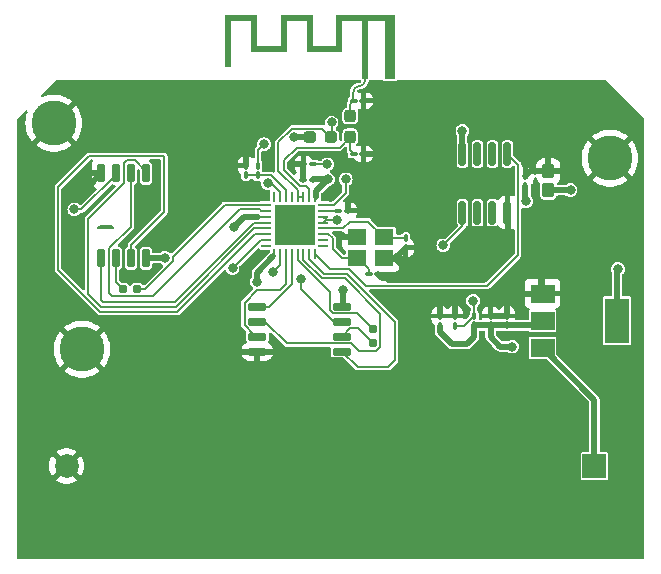
<source format=gbr>
%TF.GenerationSoftware,KiCad,Pcbnew,7.0.2*%
%TF.CreationDate,2023-05-16T00:14:24-03:00*%
%TF.ProjectId,fullWirelessComTractian,66756c6c-5769-4726-956c-657373436f6d,rev?*%
%TF.SameCoordinates,Original*%
%TF.FileFunction,Copper,L1,Top*%
%TF.FilePolarity,Positive*%
%FSLAX46Y46*%
G04 Gerber Fmt 4.6, Leading zero omitted, Abs format (unit mm)*
G04 Created by KiCad (PCBNEW 7.0.2) date 2023-05-16 00:14:24*
%MOMM*%
%LPD*%
G01*
G04 APERTURE LIST*
G04 Aperture macros list*
%AMRoundRect*
0 Rectangle with rounded corners*
0 $1 Rounding radius*
0 $2 $3 $4 $5 $6 $7 $8 $9 X,Y pos of 4 corners*
0 Add a 4 corners polygon primitive as box body*
4,1,4,$2,$3,$4,$5,$6,$7,$8,$9,$2,$3,0*
0 Add four circle primitives for the rounded corners*
1,1,$1+$1,$2,$3*
1,1,$1+$1,$4,$5*
1,1,$1+$1,$6,$7*
1,1,$1+$1,$8,$9*
0 Add four rect primitives between the rounded corners*
20,1,$1+$1,$2,$3,$4,$5,0*
20,1,$1+$1,$4,$5,$6,$7,0*
20,1,$1+$1,$6,$7,$8,$9,0*
20,1,$1+$1,$8,$9,$2,$3,0*%
G04 Aperture macros list end*
%TA.AperFunction,NonConductor*%
%ADD10C,0.200000*%
%TD*%
%TA.AperFunction,SMDPad,CuDef*%
%ADD11RoundRect,0.237500X-0.237500X0.287500X-0.237500X-0.287500X0.237500X-0.287500X0.237500X0.287500X0*%
%TD*%
%TA.AperFunction,SMDPad,CuDef*%
%ADD12RoundRect,0.100000X0.100000X-0.217500X0.100000X0.217500X-0.100000X0.217500X-0.100000X-0.217500X0*%
%TD*%
%TA.AperFunction,ConnectorPad*%
%ADD13R,0.500000X0.500000*%
%TD*%
%TA.AperFunction,ComponentPad*%
%ADD14R,0.900000X0.500000*%
%TD*%
%TA.AperFunction,SMDPad,CuDef*%
%ADD15RoundRect,0.160000X-0.160000X0.197500X-0.160000X-0.197500X0.160000X-0.197500X0.160000X0.197500X0*%
%TD*%
%TA.AperFunction,SMDPad,CuDef*%
%ADD16RoundRect,0.062500X-0.062500X0.375000X-0.062500X-0.375000X0.062500X-0.375000X0.062500X0.375000X0*%
%TD*%
%TA.AperFunction,SMDPad,CuDef*%
%ADD17RoundRect,0.062500X-0.375000X0.062500X-0.375000X-0.062500X0.375000X-0.062500X0.375000X0.062500X0*%
%TD*%
%TA.AperFunction,SMDPad,CuDef*%
%ADD18R,3.450000X3.450000*%
%TD*%
%TA.AperFunction,SMDPad,CuDef*%
%ADD19RoundRect,0.100000X0.217500X0.100000X-0.217500X0.100000X-0.217500X-0.100000X0.217500X-0.100000X0*%
%TD*%
%TA.AperFunction,SMDPad,CuDef*%
%ADD20RoundRect,0.100000X-0.217500X-0.100000X0.217500X-0.100000X0.217500X0.100000X-0.217500X0.100000X0*%
%TD*%
%TA.AperFunction,SMDPad,CuDef*%
%ADD21RoundRect,0.150000X-0.650000X-0.150000X0.650000X-0.150000X0.650000X0.150000X-0.650000X0.150000X0*%
%TD*%
%TA.AperFunction,ComponentPad*%
%ADD22C,3.800000*%
%TD*%
%TA.AperFunction,SMDPad,CuDef*%
%ADD23RoundRect,0.160000X0.197500X0.160000X-0.197500X0.160000X-0.197500X-0.160000X0.197500X-0.160000X0*%
%TD*%
%TA.AperFunction,SMDPad,CuDef*%
%ADD24R,2.000000X1.500000*%
%TD*%
%TA.AperFunction,SMDPad,CuDef*%
%ADD25R,2.000000X3.800000*%
%TD*%
%TA.AperFunction,SMDPad,CuDef*%
%ADD26RoundRect,0.150000X-0.150000X0.650000X-0.150000X-0.650000X0.150000X-0.650000X0.150000X0.650000X0*%
%TD*%
%TA.AperFunction,SMDPad,CuDef*%
%ADD27RoundRect,0.250000X0.275000X-0.375000X0.275000X0.375000X-0.275000X0.375000X-0.275000X-0.375000X0*%
%TD*%
%TA.AperFunction,SMDPad,CuDef*%
%ADD28RoundRect,0.237500X-0.287500X-0.237500X0.287500X-0.237500X0.287500X0.237500X-0.287500X0.237500X0*%
%TD*%
%TA.AperFunction,SMDPad,CuDef*%
%ADD29RoundRect,0.100000X-0.100000X0.217500X-0.100000X-0.217500X0.100000X-0.217500X0.100000X0.217500X0*%
%TD*%
%TA.AperFunction,SMDPad,CuDef*%
%ADD30RoundRect,0.150000X0.150000X-0.825000X0.150000X0.825000X-0.150000X0.825000X-0.150000X-0.825000X0*%
%TD*%
%TA.AperFunction,SMDPad,CuDef*%
%ADD31R,1.650000X1.350000*%
%TD*%
%TA.AperFunction,ComponentPad*%
%ADD32R,2.000000X2.000000*%
%TD*%
%TA.AperFunction,ComponentPad*%
%ADD33C,2.000000*%
%TD*%
%TA.AperFunction,ViaPad*%
%ADD34C,0.800000*%
%TD*%
%TA.AperFunction,Conductor*%
%ADD35C,0.508000*%
%TD*%
%TA.AperFunction,Conductor*%
%ADD36C,0.200000*%
%TD*%
G04 APERTURE END LIST*
D10*
X156754000Y-93836000D02*
X156750000Y-94180000D01*
X157262000Y-93074000D02*
G75*
G03*
X157770000Y-92566000I0J508000D01*
G01*
X136380000Y-105050000D02*
X136380000Y-105070000D01*
X135200000Y-105070000D01*
X135180000Y-105050000D01*
X135340000Y-104890000D01*
X136220000Y-104890000D01*
X136380000Y-105050000D01*
%TA.AperFunction,NonConductor*%
G36*
X136380000Y-105050000D02*
G01*
X136380000Y-105070000D01*
X135200000Y-105070000D01*
X135180000Y-105050000D01*
X135340000Y-104890000D01*
X136220000Y-104890000D01*
X136380000Y-105050000D01*
G37*
%TD.AperFunction*%
X157770000Y-92566000D02*
X157770000Y-92185000D01*
X157262000Y-93074000D02*
G75*
G03*
X156754000Y-93582000I0J-508000D01*
G01*
X156754000Y-93836000D02*
X156754000Y-93582000D01*
%TA.AperFunction,EtchedComponent*%
%TO.C,ANT1*%
G36*
X160320000Y-92435000D02*
G01*
X159420000Y-92435000D01*
X159420000Y-92176842D01*
X159721778Y-92176842D01*
X159728309Y-92226368D01*
X159748868Y-92271553D01*
X159782511Y-92306787D01*
X159801122Y-92317400D01*
X159846637Y-92330300D01*
X159895156Y-92331043D01*
X159937819Y-92318935D01*
X159945731Y-92314581D01*
X159983674Y-92281797D01*
X160007742Y-92239395D01*
X160017583Y-92191785D01*
X160012847Y-92143378D01*
X159993185Y-92098584D01*
X159958245Y-92061814D01*
X159925353Y-92044908D01*
X159877267Y-92037018D01*
X159827682Y-92043592D01*
X159782372Y-92063687D01*
X159747112Y-92096357D01*
X159730218Y-92128583D01*
X159721778Y-92176842D01*
X159420000Y-92176842D01*
X159420000Y-87535000D01*
X158020000Y-87535000D01*
X158020000Y-92435000D01*
X157520000Y-92435000D01*
X157520000Y-87535000D01*
X155820000Y-87535000D01*
X155820000Y-90175000D01*
X152820000Y-90175000D01*
X152820000Y-87535000D01*
X151120000Y-87535000D01*
X151120000Y-90175000D01*
X148120000Y-90175000D01*
X148120000Y-87535000D01*
X146420000Y-87535000D01*
X146420000Y-91475000D01*
X145920000Y-91475000D01*
X145920000Y-87035000D01*
X148620000Y-87035000D01*
X148620000Y-89675000D01*
X150620000Y-89675000D01*
X150620000Y-87035000D01*
X153320000Y-87035000D01*
X153320000Y-89675000D01*
X155320000Y-89675000D01*
X155320000Y-87035000D01*
X160320000Y-87035000D01*
X160320000Y-92191785D01*
X160320000Y-92435000D01*
G37*
%TD.AperFunction*%
%TD*%
D11*
%TO.P,L2,1,1*%
%TO.N,Net-(ANT1-A)*%
X156500000Y-95614000D03*
%TO.P,L2,2,2*%
%TO.N,Net-(U1-LNA)*%
X156500000Y-97364000D03*
%TD*%
D12*
%TO.P,R6,1*%
%TO.N,TOUT*%
X147670000Y-100607500D03*
%TO.P,R6,2*%
%TO.N,GND*%
X147670000Y-99792500D03*
%TD*%
D13*
%TO.P,ANT1,1,A*%
%TO.N,Net-(ANT1-A)*%
X157770000Y-92185000D03*
D14*
%TO.P,ANT1,2,Shield*%
%TO.N,GND*%
X159870000Y-92185000D03*
%TD*%
D15*
%TO.P,R4,1*%
%TO.N,Net-(U1-SDIO_CLK)*%
X158420000Y-113642500D03*
%TO.P,R4,2*%
%TO.N,PMCLK*%
X158420000Y-114837500D03*
%TD*%
D16*
%TO.P,U1,1,VDDA*%
%TO.N,VDD33*%
X153540000Y-102432500D03*
%TO.P,U1,2,LNA*%
%TO.N,Net-(U1-LNA)*%
X153040000Y-102432500D03*
%TO.P,U1,3,VDD3P3*%
%TO.N,Net-(C8-Pad1)*%
X152540000Y-102432500D03*
%TO.P,U1,4,VDD3P3*%
X152040000Y-102432500D03*
%TO.P,U1,5,VDD_RTC*%
%TO.N,unconnected-(U1-VDD_RTC-Pad5)*%
X151540000Y-102432500D03*
%TO.P,U1,6,TOUT*%
%TO.N,TOUT*%
X151040000Y-102432500D03*
%TO.P,U1,7,CHIP_PU*%
%TO.N,Net-(U1-CHIP_PU)*%
X150540000Y-102432500D03*
%TO.P,U1,8,XPD_DCDC*%
%TO.N,unconnected-(U1-XPD_DCDC-Pad8)*%
X150040000Y-102432500D03*
D17*
%TO.P,U1,9,MTMS*%
%TO.N,Net-(U1-MTMS)*%
X149352500Y-103120000D03*
%TO.P,U1,10,MTDI*%
%TO.N,DMSO*%
X149352500Y-103620000D03*
%TO.P,U1,11,VDDPST*%
%TO.N,VDD33*%
X149352500Y-104120000D03*
%TO.P,U1,12,MTCK*%
%TO.N,DMSI*%
X149352500Y-104620000D03*
%TO.P,U1,13,MTDO*%
%TO.N,DMCS*%
X149352500Y-105120000D03*
%TO.P,U1,14,GPIO2*%
%TO.N,DMHD*%
X149352500Y-105620000D03*
%TO.P,U1,15,GPIO0*%
%TO.N,DMWP*%
X149352500Y-106120000D03*
%TO.P,U1,16,GPIO4*%
%TO.N,unconnected-(U1-GPIO4-Pad16)*%
X149352500Y-106620000D03*
D16*
%TO.P,U1,17,VDDPST*%
%TO.N,VDD33*%
X150040000Y-107307500D03*
%TO.P,U1,18,SDIO_DATA_2*%
%TO.N,PMHD*%
X150540000Y-107307500D03*
%TO.P,U1,19,SDIO_DATA_3*%
%TO.N,PMWP*%
X151040000Y-107307500D03*
%TO.P,U1,20,SDIO_CMD*%
%TO.N,PMCS*%
X151540000Y-107307500D03*
%TO.P,U1,21,SDIO_CLK*%
%TO.N,Net-(U1-SDIO_CLK)*%
X152040000Y-107307500D03*
%TO.P,U1,22,SDIO_DATA_0*%
%TO.N,PMSO*%
X152540000Y-107307500D03*
%TO.P,U1,23,SDIO_DATA_1*%
%TO.N,PMSI*%
X153040000Y-107307500D03*
%TO.P,U1,24,GPIO5*%
%TO.N,TMPSD*%
X153540000Y-107307500D03*
D17*
%TO.P,U1,25,U0RXD*%
%TO.N,unconnected-(U1-U0RXD-Pad25)*%
X154227500Y-106620000D03*
%TO.P,U1,26,U0TXD*%
%TO.N,unconnected-(U1-U0TXD-Pad26)*%
X154227500Y-106120000D03*
%TO.P,U1,27,XTAL_OUT*%
%TO.N,Net-(U1-XTAL_OUT)*%
X154227500Y-105620000D03*
%TO.P,U1,28,XTAL_IN*%
%TO.N,Net-(U1-XTAL_IN)*%
X154227500Y-105120000D03*
%TO.P,U1,29,VDDD*%
%TO.N,VDD33*%
X154227500Y-104620000D03*
%TO.P,U1,30,VDDA*%
X154227500Y-104120000D03*
%TO.P,U1,31,RES12K*%
%TO.N,Net-(U1-RES12K)*%
X154227500Y-103620000D03*
%TO.P,U1,32,~{EXT_RSTB}*%
%TO.N,Net-(U1-CHIP_PU)*%
X154227500Y-103120000D03*
D18*
%TO.P,U1,33,GND*%
%TO.N,GND*%
X151790000Y-104870000D03*
%TD*%
D12*
%TO.P,C7,1*%
%TO.N,Net-(U1-CHIP_PU)*%
X165380000Y-113345000D03*
%TO.P,C7,2*%
%TO.N,GND*%
X165380000Y-112530000D03*
%TD*%
D19*
%TO.P,C8,1*%
%TO.N,Net-(C8-Pad1)*%
X153357500Y-99700000D03*
%TO.P,C8,2*%
%TO.N,GND*%
X152542500Y-99700000D03*
%TD*%
D12*
%TO.P,C9,1*%
%TO.N,VDD33*%
X168380000Y-113337500D03*
%TO.P,C9,2*%
%TO.N,GND*%
X168380000Y-112522500D03*
%TD*%
D20*
%TO.P,C12,1*%
%TO.N,Net-(ANT1-A)*%
X156792500Y-94306500D03*
%TO.P,C12,2*%
%TO.N,GND*%
X157607500Y-94306500D03*
%TD*%
%TO.P,C13,1*%
%TO.N,Net-(U1-LNA)*%
X156800000Y-98814000D03*
%TO.P,C13,2*%
%TO.N,GND*%
X157615000Y-98814000D03*
%TD*%
%TO.P,R2,1*%
%TO.N,Net-(U1-RES12K)*%
X155470000Y-103610000D03*
%TO.P,R2,2*%
%TO.N,GND*%
X156285000Y-103610000D03*
%TD*%
D21*
%TO.P,U4,1,~{CS}*%
%TO.N,PMCS*%
X148630000Y-111735000D03*
%TO.P,U4,2,SO/SIO1*%
%TO.N,PMSO*%
X148630000Y-113005000D03*
%TO.P,U4,3,~{WP}/SIO2*%
%TO.N,PMWP*%
X148630000Y-114275000D03*
%TO.P,U4,4,GND*%
%TO.N,GND*%
X148630000Y-115545000D03*
%TO.P,U4,5,SI/SIO0*%
%TO.N,PMSI*%
X155830000Y-115545000D03*
%TO.P,U4,6,SCLK*%
%TO.N,PMCLK*%
X155830000Y-114275000D03*
%TO.P,U4,7,~{HOLD}/SIO3*%
%TO.N,PMHD*%
X155830000Y-113005000D03*
%TO.P,U4,8,VCC*%
%TO.N,VDD33*%
X155830000Y-111735000D03*
%TD*%
D12*
%TO.P,C6,1*%
%TO.N,VDD33*%
X164080000Y-113345000D03*
%TO.P,C6,2*%
%TO.N,GND*%
X164080000Y-112530000D03*
%TD*%
D22*
%TO.P,REF\u002A\u002A,1*%
%TO.N,GND*%
X178490000Y-99180000D03*
%TD*%
D20*
%TO.P,C4,1*%
%TO.N,Net-(U1-XTAL_OUT)*%
X158072500Y-109010000D03*
%TO.P,C4,2*%
%TO.N,GND*%
X158887500Y-109010000D03*
%TD*%
D12*
%TO.P,R3,1*%
%TO.N,VDD33*%
X166980000Y-113337500D03*
%TO.P,R3,2*%
%TO.N,Net-(U1-CHIP_PU)*%
X166980000Y-112522500D03*
%TD*%
D23*
%TO.P,R1,1*%
%TO.N,Net-(U1-MTMS)*%
X138452500Y-110240000D03*
%TO.P,R1,2*%
%TO.N,DMCLK*%
X137257500Y-110240000D03*
%TD*%
D22*
%TO.P,REF\u002A\u002A,1*%
%TO.N,GND*%
X131400000Y-96210000D03*
%TD*%
D12*
%TO.P,C10,1*%
%TO.N,VDD33*%
X169780000Y-113337500D03*
%TO.P,C10,2*%
%TO.N,GND*%
X169780000Y-112522500D03*
%TD*%
D24*
%TO.P,U5,1,GND*%
%TO.N,GND*%
X172780000Y-110630000D03*
%TO.P,U5,2,VO*%
%TO.N,VDD33*%
X172780000Y-112930000D03*
D25*
X179080000Y-112930000D03*
D24*
%TO.P,U5,3,VI*%
%TO.N,Net-(BT1-+)*%
X172780000Y-115230000D03*
%TD*%
D19*
%TO.P,C5,1*%
%TO.N,VDD33*%
X153357500Y-101000000D03*
%TO.P,C5,2*%
%TO.N,GND*%
X152542500Y-101000000D03*
%TD*%
D26*
%TO.P,U2,1,~{CS}*%
%TO.N,DMCS*%
X139210000Y-100440000D03*
%TO.P,U2,2,SO/SIO1*%
%TO.N,DMSO*%
X137940000Y-100440000D03*
%TO.P,U2,3,~{WP}/SIO2*%
%TO.N,DMWP*%
X136670000Y-100440000D03*
%TO.P,U2,4,GND*%
%TO.N,GND*%
X135400000Y-100440000D03*
%TO.P,U2,5,SI/SIO0*%
%TO.N,DMSI*%
X135400000Y-107640000D03*
%TO.P,U2,6,SCLK*%
%TO.N,DMCLK*%
X136670000Y-107640000D03*
%TO.P,U2,7,~{HOLD}/SIO3*%
%TO.N,DMHD*%
X137940000Y-107640000D03*
%TO.P,U2,8,VCC*%
%TO.N,VDD33*%
X139210000Y-107640000D03*
%TD*%
D27*
%TO.P,C2,1*%
%TO.N,VDD33*%
X173270000Y-101880000D03*
%TO.P,C2,2*%
%TO.N,GND*%
X173270000Y-100280000D03*
%TD*%
D28*
%TO.P,L1,1,1*%
%TO.N,VDD33*%
X153135000Y-97420000D03*
%TO.P,L1,2,2*%
%TO.N,Net-(C8-Pad1)*%
X154885000Y-97420000D03*
%TD*%
D22*
%TO.P,REF\u002A\u002A,1*%
%TO.N,GND*%
X133790000Y-115350000D03*
%TD*%
D29*
%TO.P,C11,1*%
%TO.N,Net-(U1-XTAL_IN)*%
X161190000Y-105932500D03*
%TO.P,C11,2*%
%TO.N,GND*%
X161190000Y-106747500D03*
%TD*%
D12*
%TO.P,C1,1*%
%TO.N,VDD33*%
X171330000Y-101527500D03*
%TO.P,C1,2*%
%TO.N,GND*%
X171330000Y-100712500D03*
%TD*%
D30*
%TO.P,U6,1,V_{OUT}*%
%TO.N,Net-(U6-V_{OUT})*%
X166005000Y-103775000D03*
%TO.P,U6,2*%
%TO.N,N/C*%
X167275000Y-103775000D03*
%TO.P,U6,3*%
X168545000Y-103775000D03*
%TO.P,U6,4,GND*%
%TO.N,GND*%
X169815000Y-103775000D03*
%TO.P,U6,5,~{SHUTDOWN}*%
%TO.N,TMPSD*%
X169815000Y-98825000D03*
%TO.P,U6,6*%
%TO.N,N/C*%
X168545000Y-98825000D03*
%TO.P,U6,7*%
X167275000Y-98825000D03*
%TO.P,U6,8,+Vs*%
%TO.N,VDD33*%
X166005000Y-98825000D03*
%TD*%
D31*
%TO.P,Y2,1,1*%
%TO.N,Net-(U1-XTAL_IN)*%
X159365000Y-105865000D03*
%TO.P,Y2,2,2*%
%TO.N,GND*%
X157115000Y-105865000D03*
%TO.P,Y2,3,3*%
%TO.N,Net-(U1-XTAL_OUT)*%
X157115000Y-107615000D03*
%TO.P,Y2,4,4*%
%TO.N,GND*%
X159365000Y-107615000D03*
%TD*%
D32*
%TO.P,BT1,1,+*%
%TO.N,Net-(BT1-+)*%
X177180000Y-125230000D03*
D33*
%TO.P,BT1,2,-*%
%TO.N,GND*%
X132480000Y-125230000D03*
%TD*%
D29*
%TO.P,R5,1*%
%TO.N,Net-(U6-V_{OUT})*%
X148690000Y-99812500D03*
%TO.P,R5,2*%
%TO.N,TOUT*%
X148690000Y-100627500D03*
%TD*%
D34*
%TO.N,GND*%
X133760000Y-101330000D03*
X150900000Y-117760000D03*
X161400000Y-95690000D03*
X167060000Y-95860000D03*
X138140000Y-97000000D03*
X129160000Y-106660000D03*
X174510000Y-104250000D03*
X160210000Y-93630000D03*
X174570000Y-93630000D03*
X160780000Y-97740000D03*
X165380000Y-111310000D03*
X150820000Y-93640000D03*
X159220000Y-117700000D03*
X167180000Y-117560000D03*
X151780000Y-104830000D03*
X148270000Y-93600000D03*
X151410000Y-95310000D03*
X130850000Y-101220000D03*
X137540000Y-114040000D03*
X144060000Y-115520000D03*
X130690000Y-104910000D03*
X162900000Y-93630000D03*
X151780000Y-103740000D03*
X171490000Y-93650000D03*
X143720000Y-113070000D03*
X168610000Y-93690000D03*
X151790000Y-105910000D03*
X155020000Y-117700000D03*
X130140000Y-115740000D03*
X177330000Y-102610000D03*
X143410000Y-101020000D03*
X140650000Y-96970000D03*
X138350000Y-116800000D03*
X147050000Y-115540000D03*
X150640000Y-103730000D03*
X163380000Y-102360000D03*
X177380000Y-93620000D03*
X145380000Y-93500000D03*
X130570000Y-99000000D03*
X180170000Y-103420000D03*
X148940000Y-95310000D03*
X163170000Y-97870000D03*
X140670000Y-93530000D03*
X172960000Y-95870000D03*
X129160000Y-110090000D03*
X141430000Y-95380000D03*
X169900000Y-95860000D03*
X156953419Y-102219078D03*
X146850000Y-95270000D03*
X138160000Y-93560000D03*
X147250000Y-117730000D03*
X151560000Y-99660000D03*
X172980000Y-106090000D03*
X160870000Y-109300000D03*
X155400000Y-93680000D03*
X152910000Y-104800000D03*
X144770000Y-102570000D03*
X135180000Y-96510000D03*
X145360000Y-96940000D03*
X141680000Y-100010000D03*
X172690000Y-108690000D03*
X141270000Y-116490000D03*
X162250000Y-99980000D03*
X155680000Y-105759500D03*
X165730000Y-93650000D03*
X141790000Y-102460000D03*
X152910000Y-103710000D03*
X145470000Y-100100000D03*
X143940000Y-95350000D03*
X129330000Y-112730000D03*
X175160000Y-100260000D03*
X129410000Y-103070000D03*
X147690000Y-98800000D03*
X175770000Y-95820000D03*
X139230000Y-95380000D03*
X177580000Y-108010000D03*
X177020000Y-106060000D03*
X133740000Y-98360000D03*
X136720000Y-95410000D03*
X150650000Y-105900000D03*
X169820000Y-105760000D03*
X135460000Y-93590000D03*
X145280000Y-111170000D03*
X163930000Y-95690000D03*
X150640000Y-104820000D03*
X153200000Y-93730000D03*
X154480000Y-95320000D03*
X131700000Y-111420000D03*
X130940000Y-108390000D03*
X142850000Y-96970000D03*
X164070000Y-117580000D03*
X142870000Y-93530000D03*
X132290000Y-93560000D03*
X158740000Y-98790000D03*
X174370000Y-107680000D03*
X141080000Y-114100000D03*
X164090000Y-111320000D03*
X152920000Y-105880000D03*
X178750000Y-95740000D03*
%TO.N,Net-(U1-CHIP_PU)*%
X149500000Y-101290000D03*
X156110000Y-100960000D03*
X166900000Y-111250000D03*
%TO.N,Net-(C8-Pad1)*%
X154560000Y-99680000D03*
X154920000Y-96150000D03*
%TO.N,VDD33*%
X155880000Y-110300000D03*
X155370000Y-104389500D03*
X175150000Y-101880000D03*
X170230000Y-115120000D03*
X148604469Y-109631825D03*
X171400000Y-102820000D03*
X146660000Y-104990000D03*
X179160000Y-108560000D03*
X140800000Y-107610000D03*
X151780000Y-97420000D03*
X154610000Y-100970000D03*
X166000000Y-96860000D03*
%TO.N,DMWP*%
X146535480Y-108485480D03*
X133130000Y-103510000D03*
%TO.N,PMHD*%
X152360000Y-109410000D03*
X149970000Y-108780000D03*
%TO.N,Net-(U6-V_{OUT})*%
X164380000Y-106550000D03*
X149200000Y-97990000D03*
%TD*%
D35*
%TO.N,GND*%
X133760000Y-101330000D02*
X134510000Y-101330000D01*
X134510000Y-101330000D02*
X135400000Y-100440000D01*
D36*
%TO.N,Net-(U1-MTMS)*%
X139131666Y-110240000D02*
X141480000Y-107891666D01*
X141480000Y-107510000D02*
X145870000Y-103120000D01*
X141480000Y-107891666D02*
X141480000Y-107510000D01*
X145870000Y-103120000D02*
X149352500Y-103120000D01*
X138452500Y-110240000D02*
X139131666Y-110240000D01*
D35*
%TO.N,GND*%
X170600000Y-110630000D02*
X169780000Y-111450000D01*
X148630000Y-115545000D02*
X148385000Y-115545000D01*
X155785500Y-105865000D02*
X155680000Y-105759500D01*
X169820000Y-103850000D02*
X169820000Y-105760000D01*
X169780000Y-103810000D02*
X169820000Y-103850000D01*
X159177500Y-109300000D02*
X158887500Y-109010000D01*
X172780000Y-110470000D02*
X172690000Y-110380000D01*
X160870000Y-108250000D02*
X160870000Y-109300000D01*
X169815000Y-103775000D02*
X169780000Y-103810000D01*
X148350000Y-115580000D02*
X148310000Y-115540000D01*
X156285000Y-102887497D02*
X156953419Y-102219078D01*
X156285000Y-103610000D02*
X156285000Y-102887497D01*
X148385000Y-115545000D02*
X148350000Y-115580000D01*
X172690000Y-110380000D02*
X172690000Y-108690000D01*
X147650000Y-99710000D02*
X147650000Y-98840000D01*
X164090000Y-112380000D02*
X164090000Y-111320000D01*
X152542500Y-101000000D02*
X152542500Y-99700000D01*
X173340000Y-100200000D02*
X173400000Y-100260000D01*
X164080000Y-112530000D02*
X164080000Y-112470000D01*
X173270000Y-100280000D02*
X173270000Y-100270000D01*
X147670000Y-99792500D02*
X147670000Y-99730000D01*
X165380000Y-112530000D02*
X165380000Y-111310000D01*
X172780000Y-110630000D02*
X170600000Y-110630000D01*
X151600000Y-99700000D02*
X151560000Y-99660000D01*
X157115000Y-105865000D02*
X155785500Y-105865000D01*
X160322500Y-107615000D02*
X159365000Y-107615000D01*
X157615000Y-98814000D02*
X158716000Y-98814000D01*
X147650000Y-98840000D02*
X147690000Y-98800000D01*
X160870000Y-109300000D02*
X159177500Y-109300000D01*
X152542500Y-99700000D02*
X151600000Y-99700000D01*
X158716000Y-98814000D02*
X158740000Y-98790000D01*
X164080000Y-112470000D02*
X164130000Y-112420000D01*
X159365000Y-107615000D02*
X160235000Y-107615000D01*
X148310000Y-115540000D02*
X147050000Y-115540000D01*
X160235000Y-107615000D02*
X160870000Y-108250000D01*
X173270000Y-100270000D02*
X173340000Y-100200000D01*
X161190000Y-106747500D02*
X160322500Y-107615000D01*
X172780000Y-110630000D02*
X172780000Y-110470000D01*
X164130000Y-112420000D02*
X164090000Y-112380000D01*
X171762500Y-100280000D02*
X171330000Y-100712500D01*
X173400000Y-100260000D02*
X175160000Y-100260000D01*
X169780000Y-111450000D02*
X169780000Y-112522500D01*
X168380000Y-112522500D02*
X169780000Y-112522500D01*
X147670000Y-99730000D02*
X147650000Y-99710000D01*
X173270000Y-100280000D02*
X171762500Y-100280000D01*
%TO.N,Net-(BT1-+)*%
X177180000Y-119630000D02*
X172780000Y-115230000D01*
X177180000Y-125230000D02*
X177180000Y-119630000D01*
D36*
%TO.N,Net-(U1-RES12K)*%
X155460000Y-103620000D02*
X155470000Y-103610000D01*
X154227500Y-103620000D02*
X155460000Y-103620000D01*
%TO.N,Net-(U1-CHIP_PU)*%
X166117599Y-113345000D02*
X165380000Y-113345000D01*
X155105099Y-103120000D02*
X154227500Y-103120000D01*
X166980000Y-111330000D02*
X166900000Y-111250000D01*
X156110000Y-100960000D02*
X156110000Y-102115099D01*
X149819368Y-101290000D02*
X149500000Y-101290000D01*
X166940099Y-112522500D02*
X166117599Y-113345000D01*
X150540000Y-102432500D02*
X150540000Y-102010632D01*
X156110000Y-102115099D02*
X155105099Y-103120000D01*
X166980000Y-112522500D02*
X166980000Y-111330000D01*
X166980000Y-112522500D02*
X166940099Y-112522500D01*
X150540000Y-102010632D02*
X149819368Y-101290000D01*
%TO.N,Net-(C8-Pad1)*%
X153377500Y-99680000D02*
X153357500Y-99700000D01*
X151578334Y-96660000D02*
X154125000Y-96660000D01*
X152540000Y-102432500D02*
X152040000Y-102432500D01*
X154920000Y-96150000D02*
X154920000Y-97385000D01*
X154920000Y-97385000D02*
X154885000Y-97420000D01*
X154125000Y-96660000D02*
X154885000Y-97420000D01*
X150410000Y-97828334D02*
X151578334Y-96660000D01*
X154560000Y-99680000D02*
X153377500Y-99680000D01*
X152040000Y-101889803D02*
X150410000Y-100259803D01*
X150410000Y-100259803D02*
X150410000Y-97828334D01*
X152040000Y-102432500D02*
X152040000Y-101889803D01*
%TO.N,Net-(U1-SDIO_CLK)*%
X154750000Y-112063112D02*
X154750000Y-110514171D01*
X157092500Y-112315000D02*
X155001888Y-112315000D01*
X154750000Y-110514171D02*
X152040000Y-107804171D01*
X158420000Y-113642500D02*
X157092500Y-112315000D01*
X155001888Y-112315000D02*
X154750000Y-112063112D01*
X152040000Y-107804171D02*
X152040000Y-107307500D01*
%TO.N,Net-(U1-XTAL_OUT)*%
X157115000Y-107615000D02*
X155785000Y-107615000D01*
X158072500Y-108572500D02*
X157115000Y-107615000D01*
X155785000Y-107615000D02*
X155000000Y-106830000D01*
X158072500Y-109010000D02*
X158072500Y-108572500D01*
X155000000Y-106830000D02*
X155000000Y-105970632D01*
X154649368Y-105620000D02*
X154227500Y-105620000D01*
X155000000Y-105970632D02*
X154649368Y-105620000D01*
%TO.N,Net-(U1-XTAL_IN)*%
X154267500Y-105080000D02*
X154227500Y-105120000D01*
X155921666Y-105080000D02*
X154267500Y-105080000D01*
X158040000Y-104540000D02*
X156461666Y-104540000D01*
X159365000Y-105865000D02*
X158040000Y-104540000D01*
X161190000Y-105932500D02*
X159432500Y-105932500D01*
X159432500Y-105932500D02*
X159365000Y-105865000D01*
X156461666Y-104540000D02*
X155921666Y-105080000D01*
%TO.N,Net-(U1-LNA)*%
X156500000Y-97364000D02*
X156500000Y-98514000D01*
X155594000Y-98270000D02*
X156500000Y-97364000D01*
X153040000Y-102432500D02*
X153040000Y-101810310D01*
X150880000Y-100192401D02*
X150880000Y-99360000D01*
X151970000Y-98270000D02*
X155594000Y-98270000D01*
X152221599Y-101534000D02*
X150880000Y-100192401D01*
X153040000Y-101810310D02*
X152763690Y-101534000D01*
X150880000Y-99360000D02*
X151970000Y-98270000D01*
X152763690Y-101534000D02*
X152221599Y-101534000D01*
X156500000Y-98514000D02*
X156800000Y-98814000D01*
D35*
%TO.N,VDD33*%
X168380000Y-114290000D02*
X169210000Y-115120000D01*
X164080000Y-113870000D02*
X164080000Y-113345000D01*
D36*
X154497000Y-104389500D02*
X154227500Y-104120000D01*
D35*
X151780000Y-97420000D02*
X153135000Y-97420000D01*
X171400000Y-102820000D02*
X171330000Y-102750000D01*
X179080000Y-112930000D02*
X179080000Y-108640000D01*
X168380000Y-113337500D02*
X168380000Y-114290000D01*
X155880000Y-111610000D02*
X155830000Y-111660000D01*
X148604469Y-109631825D02*
X148604469Y-108853374D01*
X166980000Y-114350000D02*
X166410000Y-114920000D01*
X146660000Y-104990000D02*
X147533500Y-104116500D01*
X173270000Y-101880000D02*
X175150000Y-101880000D01*
X172780000Y-112930000D02*
X172372500Y-113337500D01*
X153387500Y-100970000D02*
X153357500Y-101000000D01*
X154610000Y-100970000D02*
X153599000Y-101981000D01*
X165980000Y-96860000D02*
X165980000Y-98800000D01*
D36*
X155370000Y-104389500D02*
X154497000Y-104389500D01*
D35*
X166980000Y-113337500D02*
X166980000Y-114350000D01*
X172372500Y-113337500D02*
X169780000Y-113337500D01*
X147533500Y-104116500D02*
X148709343Y-104116500D01*
X148604469Y-108853374D02*
X149981000Y-107476843D01*
X166410000Y-114920000D02*
X165130000Y-114920000D01*
X154610000Y-100970000D02*
X153387500Y-100970000D01*
X155830000Y-111660000D02*
X155830000Y-111735000D01*
X153599000Y-101981000D02*
X153599000Y-102432500D01*
X165980000Y-98800000D02*
X166005000Y-98825000D01*
D36*
X154458000Y-104389500D02*
X154227500Y-104620000D01*
D35*
X171330000Y-102750000D02*
X171330000Y-101527500D01*
X165130000Y-114920000D02*
X164080000Y-113870000D01*
X179080000Y-108640000D02*
X179160000Y-108560000D01*
X168380000Y-113337500D02*
X166980000Y-113337500D01*
X169210000Y-115120000D02*
X170230000Y-115120000D01*
X155880000Y-110300000D02*
X155880000Y-111610000D01*
D36*
X155370000Y-104389500D02*
X154458000Y-104389500D01*
D35*
X140800000Y-107610000D02*
X139240000Y-107610000D01*
X166000000Y-96860000D02*
X165980000Y-96860000D01*
X169780000Y-113337500D02*
X168380000Y-113337500D01*
D36*
%TO.N,DMHD*%
X131760000Y-101590000D02*
X134370000Y-98980000D01*
X137940000Y-106540000D02*
X137940000Y-107640000D01*
X148440000Y-105620000D02*
X141860000Y-112200000D01*
X149352500Y-105620000D02*
X148440000Y-105620000D01*
X135335197Y-112200000D02*
X131760000Y-108624803D01*
X141860000Y-112200000D02*
X135335197Y-112200000D01*
X134370000Y-98980000D02*
X140750000Y-98980000D01*
X140750000Y-98980000D02*
X140750000Y-103730000D01*
X140750000Y-103730000D02*
X137940000Y-106540000D01*
X131760000Y-108624803D02*
X131760000Y-101590000D01*
%TO.N,DMSI*%
X135400000Y-111190000D02*
X135530000Y-111320000D01*
X149322000Y-104650500D02*
X149352500Y-104620000D01*
X135400000Y-107640000D02*
X135400000Y-111190000D01*
X141641666Y-111320000D02*
X148311166Y-104650500D01*
X148311166Y-104650500D02*
X149322000Y-104650500D01*
X135530000Y-111320000D02*
X141641666Y-111320000D01*
%TO.N,DMWP*%
X146565152Y-108485480D02*
X148930632Y-106120000D01*
X148930632Y-106120000D02*
X149352500Y-106120000D01*
X146535480Y-108485480D02*
X146565152Y-108485480D01*
X133738112Y-103510000D02*
X133130000Y-103510000D01*
X136670000Y-100578112D02*
X133738112Y-103510000D01*
%TO.N,PMCLK*%
X157152500Y-113570000D02*
X156673112Y-113570000D01*
X156673112Y-113570000D02*
X156658112Y-113585000D01*
X156658112Y-113585000D02*
X156520000Y-113585000D01*
X158420000Y-114837500D02*
X157152500Y-113570000D01*
X156520000Y-113585000D02*
X155830000Y-114275000D01*
%TO.N,PMSI*%
X159730000Y-116850000D02*
X157135000Y-116850000D01*
X154260633Y-108950000D02*
X156230000Y-108950000D01*
X156230000Y-108950000D02*
X160280000Y-113000000D01*
X153040000Y-107307500D02*
X153040000Y-107729367D01*
X153040000Y-107729367D02*
X154260633Y-108950000D01*
X157135000Y-116850000D02*
X155830000Y-115545000D01*
X160280000Y-113000000D02*
X160280000Y-116300000D01*
X160280000Y-116300000D02*
X159730000Y-116850000D01*
%TO.N,PMSO*%
X152540000Y-107766769D02*
X154103232Y-109330000D01*
X154103232Y-109330000D02*
X156040000Y-109330000D01*
X159040000Y-112330000D02*
X159040000Y-115197254D01*
X156548112Y-114855000D02*
X151105000Y-114855000D01*
X149255000Y-113005000D02*
X148630000Y-113005000D01*
X151105000Y-114855000D02*
X149255000Y-113005000D01*
X156040000Y-109330000D02*
X159040000Y-112330000D01*
X152540000Y-107307500D02*
X152540000Y-107766769D01*
X158707254Y-115530000D02*
X157223112Y-115530000D01*
X159040000Y-115197254D02*
X158707254Y-115530000D01*
X157223112Y-115530000D02*
X156548112Y-114855000D01*
%TO.N,PMCS*%
X149632402Y-111735000D02*
X151540000Y-109827402D01*
X151540000Y-109827402D02*
X151540000Y-107307500D01*
X148630000Y-111735000D02*
X149632402Y-111735000D01*
%TO.N,PMWP*%
X148356888Y-114140000D02*
X147550000Y-113333112D01*
X148646888Y-110310000D02*
X150520000Y-110310000D01*
X148390000Y-114140000D02*
X148356888Y-114140000D01*
X148630000Y-114275000D02*
X148525000Y-114275000D01*
X150520000Y-110310000D02*
X151040000Y-109790000D01*
X147550000Y-113333112D02*
X147550000Y-111406888D01*
X151040000Y-109790000D02*
X151040000Y-107307500D01*
X147550000Y-111406888D02*
X148646888Y-110310000D01*
X148525000Y-114275000D02*
X148390000Y-114140000D01*
%TO.N,PMHD*%
X155830000Y-113005000D02*
X155154486Y-113005000D01*
X150540000Y-108210000D02*
X150540000Y-107307500D01*
X152360000Y-110210514D02*
X152360000Y-109410000D01*
X149970000Y-108780000D02*
X150540000Y-108210000D01*
X155154486Y-113005000D02*
X152360000Y-110210514D01*
%TO.N,DMCS*%
X137360000Y-101268112D02*
X134330000Y-104298112D01*
X134330000Y-110657402D02*
X135412598Y-111740000D01*
X139210000Y-100440000D02*
X139210000Y-100301888D01*
X139210000Y-100301888D02*
X138268112Y-99360000D01*
X138268112Y-99360000D02*
X137611888Y-99360000D01*
X148379068Y-105120000D02*
X149352500Y-105120000D01*
X137360000Y-99611888D02*
X137360000Y-101268112D01*
X137611888Y-99360000D02*
X137360000Y-99611888D01*
X141759068Y-111740000D02*
X148379068Y-105120000D01*
X134330000Y-104298112D02*
X134330000Y-110657402D01*
X135412598Y-111740000D02*
X141759068Y-111740000D01*
%TO.N,DMSO*%
X136090000Y-106811888D02*
X136090000Y-110560000D01*
X137940000Y-100440000D02*
X137940000Y-104961888D01*
X139800000Y-110840000D02*
X147140000Y-103500000D01*
X136370000Y-110840000D02*
X139800000Y-110840000D01*
X136090000Y-110560000D02*
X136370000Y-110840000D01*
X137940000Y-104961888D02*
X136090000Y-106811888D01*
X148848033Y-103500000D02*
X148968033Y-103620000D01*
X148968033Y-103620000D02*
X149352500Y-103620000D01*
X147140000Y-103500000D02*
X148848033Y-103500000D01*
%TO.N,DMCLK*%
X136670000Y-107640000D02*
X136670000Y-109652500D01*
X136670000Y-109652500D02*
X137257500Y-110240000D01*
%TO.N,Net-(ANT1-A)*%
X156500000Y-95614000D02*
X156500000Y-94599000D01*
X156500000Y-94599000D02*
X156792500Y-94306500D01*
%TO.N,Net-(U6-V_{OUT})*%
X148690000Y-98500000D02*
X148690000Y-99812500D01*
X149200000Y-97990000D02*
X148690000Y-98500000D01*
X166005000Y-104925000D02*
X164380000Y-106550000D01*
X166005000Y-103775000D02*
X166005000Y-104925000D01*
%TO.N,TOUT*%
X151040000Y-101868334D02*
X149781666Y-100610000D01*
X149781666Y-100610000D02*
X148707500Y-100610000D01*
X147690000Y-100627500D02*
X147670000Y-100607500D01*
X148707500Y-100610000D02*
X148690000Y-100627500D01*
X151040000Y-102432500D02*
X151040000Y-101868334D01*
X148690000Y-100627500D02*
X147690000Y-100627500D01*
%TO.N,TMPSD*%
X157810000Y-109980000D02*
X156400000Y-108570000D01*
X170720000Y-99730000D02*
X170720000Y-107344000D01*
X154802500Y-108570000D02*
X153540000Y-107307500D01*
X170720000Y-107344000D02*
X168084000Y-109980000D01*
X156400000Y-108570000D02*
X154802500Y-108570000D01*
X169815000Y-98825000D02*
X170720000Y-99730000D01*
X168084000Y-109980000D02*
X157810000Y-109980000D01*
%TD*%
%TA.AperFunction,Conductor*%
%TO.N,GND*%
G36*
X159258077Y-92535401D02*
G01*
X159293576Y-92569589D01*
X159296723Y-92574149D01*
X159305136Y-92581602D01*
X159314395Y-92587993D01*
X159314396Y-92587994D01*
X159338780Y-92597242D01*
X159352414Y-92603378D01*
X159375511Y-92615500D01*
X159375512Y-92615500D01*
X159386431Y-92618191D01*
X159397588Y-92619545D01*
X159397592Y-92619547D01*
X159423476Y-92616403D01*
X159438422Y-92615500D01*
X160264197Y-92615500D01*
X160282509Y-92618855D01*
X160282646Y-92617732D01*
X160297588Y-92619545D01*
X160297592Y-92619547D01*
X160323476Y-92616403D01*
X160338422Y-92615500D01*
X160341916Y-92615500D01*
X160341917Y-92615500D01*
X160345312Y-92614662D01*
X160360042Y-92611962D01*
X160385922Y-92608821D01*
X160385923Y-92608820D01*
X160385924Y-92608820D01*
X160396436Y-92604833D01*
X160419728Y-92592610D01*
X160420180Y-92593472D01*
X160468785Y-92570621D01*
X160538050Y-92579796D01*
X160542138Y-92582601D01*
X160550000Y-92585857D01*
X160550000Y-92650000D01*
X160480000Y-92720000D01*
X159230000Y-92720000D01*
X159150000Y-92640000D01*
X159150000Y-92560000D01*
X159193292Y-92516707D01*
X159258077Y-92535401D01*
G37*
%TD.AperFunction*%
%TD*%
%TA.AperFunction,Conductor*%
%TO.N,GND*%
G36*
X134657626Y-99280185D02*
G01*
X134703381Y-99332989D01*
X134713325Y-99402147D01*
X134697319Y-99447621D01*
X134648717Y-99529802D01*
X134602900Y-99687506D01*
X134600191Y-99721923D01*
X134600000Y-99726803D01*
X134600000Y-100190000D01*
X135526000Y-100190000D01*
X135593039Y-100209685D01*
X135638794Y-100262489D01*
X135650000Y-100314000D01*
X135650000Y-100566000D01*
X135630315Y-100633039D01*
X135577511Y-100678794D01*
X135526000Y-100690000D01*
X134600000Y-100690000D01*
X134600000Y-101153196D01*
X134600191Y-101158076D01*
X134602900Y-101192493D01*
X134648717Y-101350197D01*
X134732317Y-101491557D01*
X134848442Y-101607682D01*
X134959241Y-101673209D01*
X135006925Y-101724278D01*
X135019428Y-101793020D01*
X134992782Y-101857609D01*
X134983801Y-101867622D01*
X133735793Y-103115630D01*
X133674470Y-103149115D01*
X133604778Y-103144131D01*
X133549737Y-103103437D01*
X133544015Y-103095981D01*
X133422755Y-103002933D01*
X133281541Y-102944442D01*
X133130000Y-102924490D01*
X132978458Y-102944442D01*
X132837248Y-103002932D01*
X132715983Y-103095983D01*
X132622932Y-103217248D01*
X132564442Y-103358458D01*
X132544490Y-103509999D01*
X132564442Y-103661541D01*
X132622933Y-103802755D01*
X132715982Y-103924017D01*
X132837244Y-104017066D01*
X132877080Y-104033566D01*
X132978459Y-104075558D01*
X133130000Y-104095509D01*
X133281541Y-104075558D01*
X133422755Y-104017066D01*
X133544017Y-103924017D01*
X133607780Y-103840920D01*
X133664206Y-103799720D01*
X133700425Y-103792541D01*
X133737601Y-103790822D01*
X133741734Y-103790632D01*
X133747459Y-103790500D01*
X133765359Y-103790500D01*
X133779108Y-103788903D01*
X133803445Y-103787779D01*
X133808482Y-103785554D01*
X133835781Y-103777101D01*
X133841196Y-103776089D01*
X133861899Y-103763269D01*
X133877097Y-103755258D01*
X133884748Y-103751880D01*
X133899378Y-103745421D01*
X133903273Y-103741525D01*
X133925673Y-103723782D01*
X133930357Y-103720883D01*
X133945045Y-103701431D01*
X133956306Y-103688491D01*
X136233641Y-101411155D01*
X136294962Y-101377672D01*
X136364654Y-101382656D01*
X136373706Y-101386448D01*
X136433141Y-101414163D01*
X136481276Y-101420500D01*
X136511563Y-101420500D01*
X136578602Y-101440185D01*
X136624357Y-101492989D01*
X136634301Y-101562147D01*
X136605276Y-101625703D01*
X136599244Y-101632181D01*
X134178309Y-104053114D01*
X134165150Y-104062583D01*
X134128993Y-104102244D01*
X134125044Y-104106380D01*
X134112396Y-104119028D01*
X134103798Y-104129882D01*
X134087381Y-104147890D01*
X134085390Y-104153031D01*
X134072070Y-104178300D01*
X134068954Y-104182848D01*
X134063376Y-104206564D01*
X134058299Y-104222962D01*
X134049500Y-104245676D01*
X134049500Y-104251181D01*
X134046206Y-104279571D01*
X134044944Y-104284933D01*
X134048310Y-104309060D01*
X134049499Y-104326189D01*
X134049499Y-110218253D01*
X134029814Y-110285292D01*
X133977010Y-110331047D01*
X133907852Y-110340991D01*
X133844296Y-110311966D01*
X133837818Y-110305934D01*
X132076819Y-108544935D01*
X132043334Y-108483612D01*
X132040500Y-108457254D01*
X132040500Y-101757549D01*
X132060185Y-101690510D01*
X132076819Y-101669868D01*
X134449868Y-99296819D01*
X134511191Y-99263334D01*
X134537549Y-99260500D01*
X134590587Y-99260500D01*
X134657626Y-99280185D01*
G37*
%TD.AperFunction*%
%TA.AperFunction,Conductor*%
G36*
X155733039Y-105380185D02*
G01*
X155778794Y-105432989D01*
X155790000Y-105484500D01*
X155790000Y-105615000D01*
X157241000Y-105615000D01*
X157308039Y-105634685D01*
X157353794Y-105687489D01*
X157365000Y-105739000D01*
X157365000Y-105991000D01*
X157345315Y-106058039D01*
X157292511Y-106103794D01*
X157241000Y-106115000D01*
X155790000Y-106115000D01*
X155790000Y-106584518D01*
X155790354Y-106591132D01*
X155796400Y-106647371D01*
X155846647Y-106782089D01*
X155932812Y-106897190D01*
X156059810Y-106992260D01*
X156101682Y-107048193D01*
X156109500Y-107091527D01*
X156109500Y-107210500D01*
X156089815Y-107277539D01*
X156037011Y-107323294D01*
X155985500Y-107334500D01*
X155952549Y-107334500D01*
X155885510Y-107314815D01*
X155864868Y-107298181D01*
X155316819Y-106750131D01*
X155283334Y-106688808D01*
X155280500Y-106662450D01*
X155280500Y-106036615D01*
X155283109Y-106020616D01*
X155282621Y-106010058D01*
X155282622Y-106010056D01*
X155280632Y-105967010D01*
X155280500Y-105961284D01*
X155280500Y-105943385D01*
X155278903Y-105929634D01*
X155277779Y-105905299D01*
X155275552Y-105900256D01*
X155267101Y-105872965D01*
X155266089Y-105867548D01*
X155253261Y-105846831D01*
X155245256Y-105831642D01*
X155235421Y-105809366D01*
X155231529Y-105805474D01*
X155213779Y-105783065D01*
X155210882Y-105778386D01*
X155191440Y-105763704D01*
X155178486Y-105752431D01*
X154998236Y-105572181D01*
X154964751Y-105510858D01*
X154969735Y-105441166D01*
X155011607Y-105385233D01*
X155077071Y-105360816D01*
X155085917Y-105360500D01*
X155666000Y-105360500D01*
X155733039Y-105380185D01*
G37*
%TD.AperFunction*%
%TA.AperFunction,Conductor*%
G36*
X159193293Y-92516706D02*
G01*
X159150000Y-92560000D01*
X159150000Y-92640000D01*
X159230000Y-92720000D01*
X160480000Y-92720000D01*
X160550000Y-92650000D01*
X160550000Y-92585857D01*
X160560000Y-92590000D01*
X178128638Y-92590000D01*
X178195677Y-92609685D01*
X178216318Y-92626318D01*
X181333682Y-95743682D01*
X181367166Y-95805003D01*
X181370000Y-95831361D01*
X181370000Y-132996000D01*
X181350315Y-133063039D01*
X181297511Y-133108794D01*
X181246000Y-133120000D01*
X128404000Y-133120000D01*
X128336961Y-133100315D01*
X128291206Y-133047511D01*
X128280000Y-132996000D01*
X128280000Y-125230000D01*
X130974858Y-125230000D01*
X130995386Y-125477732D01*
X131056413Y-125718721D01*
X131156268Y-125946370D01*
X131256563Y-126099882D01*
X131256564Y-126099882D01*
X131988866Y-125367580D01*
X132011318Y-125444040D01*
X132090605Y-125567413D01*
X132201438Y-125663451D01*
X132334839Y-125724373D01*
X132338634Y-125724918D01*
X131609942Y-126453609D01*
X131609942Y-126453610D01*
X131656766Y-126490055D01*
X131875393Y-126608368D01*
X132110506Y-126689083D01*
X132355707Y-126730000D01*
X132604293Y-126730000D01*
X132849493Y-126689083D01*
X133084606Y-126608368D01*
X133303233Y-126490053D01*
X133350056Y-126453609D01*
X132621365Y-125724918D01*
X132625161Y-125724373D01*
X132758562Y-125663451D01*
X132869395Y-125567413D01*
X132948682Y-125444040D01*
X132971132Y-125367580D01*
X133703434Y-126099882D01*
X133803730Y-125946369D01*
X133903586Y-125718721D01*
X133964613Y-125477732D01*
X133985141Y-125230000D01*
X133964613Y-124982267D01*
X133903586Y-124741278D01*
X133803730Y-124513630D01*
X133703434Y-124360116D01*
X132971132Y-125092418D01*
X132948682Y-125015960D01*
X132869395Y-124892587D01*
X132758562Y-124796549D01*
X132625161Y-124735627D01*
X132621366Y-124735081D01*
X133350057Y-124006390D01*
X133350056Y-124006388D01*
X133303235Y-123969947D01*
X133084606Y-123851631D01*
X132849493Y-123770916D01*
X132604293Y-123730000D01*
X132355707Y-123730000D01*
X132110506Y-123770916D01*
X131875393Y-123851631D01*
X131656764Y-123969946D01*
X131609942Y-124006388D01*
X131609942Y-124006390D01*
X132338634Y-124735081D01*
X132334839Y-124735627D01*
X132201438Y-124796549D01*
X132090605Y-124892587D01*
X132011318Y-125015960D01*
X131988867Y-125092419D01*
X131256564Y-124360116D01*
X131156266Y-124513634D01*
X131056413Y-124741278D01*
X130995386Y-124982267D01*
X130974858Y-125230000D01*
X128280000Y-125230000D01*
X128280000Y-115353894D01*
X131385500Y-115353894D01*
X131403972Y-115647500D01*
X131404946Y-115655220D01*
X131460073Y-115944206D01*
X131462009Y-115951745D01*
X131552921Y-116231541D01*
X131555781Y-116238765D01*
X131681050Y-116504976D01*
X131684792Y-116511782D01*
X131842430Y-116760181D01*
X131847006Y-116766479D01*
X131925312Y-116861134D01*
X132854211Y-115932235D01*
X132954894Y-116073624D01*
X133106932Y-116218592D01*
X133209222Y-116284329D01*
X132276564Y-117216986D01*
X132498320Y-117378102D01*
X132504891Y-117382272D01*
X132762694Y-117524000D01*
X132769733Y-117527313D01*
X133043270Y-117635613D01*
X133050665Y-117638016D01*
X133335625Y-117711182D01*
X133343256Y-117712637D01*
X133635140Y-117749511D01*
X133642899Y-117750000D01*
X133937101Y-117750000D01*
X133944859Y-117749511D01*
X134236743Y-117712637D01*
X134244374Y-117711182D01*
X134529334Y-117638016D01*
X134536729Y-117635613D01*
X134810266Y-117527313D01*
X134817305Y-117524000D01*
X135075108Y-117382272D01*
X135081678Y-117378102D01*
X135303433Y-117216986D01*
X135303434Y-117216986D01*
X134373306Y-116286859D01*
X134387410Y-116279589D01*
X134552540Y-116149729D01*
X134690110Y-115990965D01*
X134724665Y-115931112D01*
X135654686Y-116861133D01*
X135732997Y-116766474D01*
X135737568Y-116760182D01*
X135895207Y-116511782D01*
X135898949Y-116504976D01*
X136024218Y-116238765D01*
X136027078Y-116231541D01*
X136117990Y-115951745D01*
X136119926Y-115944206D01*
X136148389Y-115795000D01*
X147332704Y-115795000D01*
X147332900Y-115797488D01*
X147378719Y-115955200D01*
X147462317Y-116096557D01*
X147578442Y-116212682D01*
X147719802Y-116296282D01*
X147877506Y-116342099D01*
X147911923Y-116344808D01*
X147916803Y-116345000D01*
X148380000Y-116345000D01*
X148380000Y-115795000D01*
X148880000Y-115795000D01*
X148880000Y-116345000D01*
X149343197Y-116345000D01*
X149348076Y-116344808D01*
X149382493Y-116342099D01*
X149540197Y-116296282D01*
X149681557Y-116212682D01*
X149797682Y-116096557D01*
X149881280Y-115955200D01*
X149927099Y-115797488D01*
X149927295Y-115795000D01*
X148880000Y-115795000D01*
X148380000Y-115795000D01*
X147332704Y-115795000D01*
X136148389Y-115795000D01*
X136175053Y-115655220D01*
X136176027Y-115647500D01*
X136194500Y-115353894D01*
X136194500Y-115346105D01*
X136176027Y-115052499D01*
X136175053Y-115044779D01*
X136119926Y-114755793D01*
X136117990Y-114748254D01*
X136027078Y-114468458D01*
X136024218Y-114461234D01*
X135898949Y-114195023D01*
X135895207Y-114188217D01*
X135737569Y-113939818D01*
X135732993Y-113933520D01*
X135654686Y-113838864D01*
X134725787Y-114767763D01*
X134625106Y-114626376D01*
X134473068Y-114481408D01*
X134370777Y-114415669D01*
X135303434Y-113483012D01*
X135081679Y-113321897D01*
X135075108Y-113317727D01*
X134817305Y-113175999D01*
X134810266Y-113172686D01*
X134536729Y-113064386D01*
X134529334Y-113061983D01*
X134244374Y-112988817D01*
X134236743Y-112987362D01*
X133944859Y-112950488D01*
X133937101Y-112950000D01*
X133642899Y-112950000D01*
X133635140Y-112950488D01*
X133343256Y-112987362D01*
X133335625Y-112988817D01*
X133050665Y-113061983D01*
X133043270Y-113064386D01*
X132769733Y-113172686D01*
X132762694Y-113175999D01*
X132504899Y-113317723D01*
X132498309Y-113321905D01*
X132276565Y-113483011D01*
X132276564Y-113483012D01*
X133206693Y-114413140D01*
X133192590Y-114420411D01*
X133027460Y-114550271D01*
X132889890Y-114709035D01*
X132855334Y-114768886D01*
X131925312Y-113838864D01*
X131846995Y-113933534D01*
X131842434Y-113939812D01*
X131684792Y-114188217D01*
X131681050Y-114195023D01*
X131555781Y-114461234D01*
X131552921Y-114468458D01*
X131462009Y-114748254D01*
X131460073Y-114755793D01*
X131404946Y-115044779D01*
X131403972Y-115052499D01*
X131385500Y-115346105D01*
X131385500Y-115353894D01*
X128280000Y-115353894D01*
X128280000Y-101576821D01*
X131474945Y-101576821D01*
X131475511Y-101580880D01*
X131478311Y-101600950D01*
X131479500Y-101618081D01*
X131479500Y-108558822D01*
X131476890Y-108574821D01*
X131477378Y-108585378D01*
X131477378Y-108585379D01*
X131478321Y-108605770D01*
X131479368Y-108628424D01*
X131479500Y-108634150D01*
X131479500Y-108652048D01*
X131481095Y-108665796D01*
X131482221Y-108690136D01*
X131484445Y-108695174D01*
X131492898Y-108722468D01*
X131493911Y-108727888D01*
X131506732Y-108748594D01*
X131514740Y-108763785D01*
X131524579Y-108786069D01*
X131528469Y-108789959D01*
X131546215Y-108812362D01*
X131549117Y-108817048D01*
X131568564Y-108831733D01*
X131581509Y-108842999D01*
X135090197Y-112351687D01*
X135099667Y-112364849D01*
X135139317Y-112400994D01*
X135143460Y-112404950D01*
X135156115Y-112417605D01*
X135166974Y-112426207D01*
X135184975Y-112442617D01*
X135190110Y-112444606D01*
X135215395Y-112457935D01*
X135219935Y-112461045D01*
X135243645Y-112466622D01*
X135260048Y-112471701D01*
X135282761Y-112480500D01*
X135282762Y-112480500D01*
X135288268Y-112480500D01*
X135316655Y-112483793D01*
X135322017Y-112485054D01*
X135322017Y-112485053D01*
X135322018Y-112485054D01*
X135343274Y-112482089D01*
X135346142Y-112481689D01*
X135363272Y-112480500D01*
X141794017Y-112480500D01*
X141810015Y-112483109D01*
X141820573Y-112482621D01*
X141820576Y-112482622D01*
X141863620Y-112480632D01*
X141869347Y-112480500D01*
X141887247Y-112480500D01*
X141900996Y-112478903D01*
X141925333Y-112477779D01*
X141930370Y-112475554D01*
X141957669Y-112467101D01*
X141963084Y-112466089D01*
X141983787Y-112453269D01*
X141998985Y-112445258D01*
X142021266Y-112435421D01*
X142025161Y-112431525D01*
X142047561Y-112413782D01*
X142052245Y-112410883D01*
X142066933Y-112391431D01*
X142078194Y-112378491D01*
X145794690Y-108661995D01*
X145856011Y-108628512D01*
X145925703Y-108633496D01*
X145981636Y-108675368D01*
X145996930Y-108702226D01*
X146028413Y-108778234D01*
X146121462Y-108899497D01*
X146242724Y-108992546D01*
X146294028Y-109013796D01*
X146383939Y-109051038D01*
X146535480Y-109070989D01*
X146687021Y-109051038D01*
X146828235Y-108992546D01*
X146949497Y-108899497D01*
X147042546Y-108778235D01*
X147101038Y-108637021D01*
X147120989Y-108485480D01*
X147110455Y-108405470D01*
X147121220Y-108336436D01*
X147145710Y-108301607D01*
X148610280Y-106837037D01*
X148671601Y-106803554D01*
X148741293Y-106808538D01*
X148797226Y-106850410D01*
X148801060Y-106855828D01*
X148802305Y-106857692D01*
X148858639Y-106895333D01*
X148882686Y-106911401D01*
X148953565Y-106925500D01*
X149610500Y-106925499D01*
X149677539Y-106945183D01*
X149723294Y-106997987D01*
X149734500Y-107049499D01*
X149734500Y-107057504D01*
X149714815Y-107124543D01*
X149698181Y-107145185D01*
X148319408Y-108523957D01*
X148309042Y-108533221D01*
X148282361Y-108554499D01*
X148275266Y-108564906D01*
X148251342Y-108599994D01*
X148248674Y-108603754D01*
X148212273Y-108653077D01*
X148210415Y-108656758D01*
X148192347Y-108715331D01*
X148190899Y-108719731D01*
X148170655Y-108777588D01*
X148169969Y-108781626D01*
X148169969Y-108842938D01*
X148169882Y-108847575D01*
X148167589Y-108908832D01*
X148169969Y-108926903D01*
X148169969Y-109202408D01*
X148150284Y-109269447D01*
X148144345Y-109277894D01*
X148097402Y-109339071D01*
X148038911Y-109480283D01*
X148018959Y-109631825D01*
X148038911Y-109783366D01*
X148097402Y-109924580D01*
X148190451Y-110045842D01*
X148261550Y-110100399D01*
X148302752Y-110156827D01*
X148306907Y-110226573D01*
X148273744Y-110286455D01*
X147398309Y-111161890D01*
X147385150Y-111171359D01*
X147348993Y-111211020D01*
X147345044Y-111215156D01*
X147332396Y-111227804D01*
X147323798Y-111238658D01*
X147307381Y-111256666D01*
X147305390Y-111261807D01*
X147292070Y-111287076D01*
X147288954Y-111291624D01*
X147283376Y-111315340D01*
X147278299Y-111331738D01*
X147269500Y-111354452D01*
X147269500Y-111359958D01*
X147266206Y-111388347D01*
X147264945Y-111393708D01*
X147268311Y-111417838D01*
X147269500Y-111434969D01*
X147269500Y-113267131D01*
X147266890Y-113283130D01*
X147267378Y-113293687D01*
X147267378Y-113293688D01*
X147268844Y-113325394D01*
X147269368Y-113336733D01*
X147269500Y-113342459D01*
X147269500Y-113360357D01*
X147271095Y-113374105D01*
X147272221Y-113398445D01*
X147274445Y-113403483D01*
X147282898Y-113430777D01*
X147283911Y-113436197D01*
X147296732Y-113456903D01*
X147304738Y-113472091D01*
X147309627Y-113483162D01*
X147314579Y-113494378D01*
X147318469Y-113498268D01*
X147336215Y-113520671D01*
X147339117Y-113525357D01*
X147358564Y-113540042D01*
X147371509Y-113551308D01*
X147658841Y-113838640D01*
X147692326Y-113899963D01*
X147687342Y-113969655D01*
X147683543Y-113978725D01*
X147655836Y-114038142D01*
X147650029Y-114082255D01*
X147649500Y-114086276D01*
X147649500Y-114463724D01*
X147650028Y-114467740D01*
X147650029Y-114467744D01*
X147655837Y-114511859D01*
X147705093Y-114617491D01*
X147708258Y-114620656D01*
X147741743Y-114681979D01*
X147736759Y-114751671D01*
X147694887Y-114807604D01*
X147683698Y-114815069D01*
X147578442Y-114877317D01*
X147462317Y-114993442D01*
X147378719Y-115134799D01*
X147332900Y-115292511D01*
X147332704Y-115294999D01*
X147332705Y-115295000D01*
X149927295Y-115295000D01*
X149927295Y-115294999D01*
X149927099Y-115292511D01*
X149881280Y-115134799D01*
X149797682Y-114993442D01*
X149681557Y-114877317D01*
X149576301Y-114815069D01*
X149528617Y-114764000D01*
X149516114Y-114695258D01*
X149542759Y-114630669D01*
X149551734Y-114620662D01*
X149554906Y-114617491D01*
X149554906Y-114617489D01*
X149554908Y-114617488D01*
X149585944Y-114550929D01*
X149604163Y-114511859D01*
X149610500Y-114463724D01*
X149610500Y-114086276D01*
X149608286Y-114069458D01*
X149619052Y-114000424D01*
X149665432Y-113948168D01*
X149732701Y-113929283D01*
X149799501Y-113949764D01*
X149818906Y-113965593D01*
X150860000Y-115006687D01*
X150869470Y-115019849D01*
X150909120Y-115055994D01*
X150913263Y-115059950D01*
X150925918Y-115072605D01*
X150936777Y-115081207D01*
X150954778Y-115097617D01*
X150959913Y-115099606D01*
X150985198Y-115112935D01*
X150989738Y-115116045D01*
X151013448Y-115121622D01*
X151029851Y-115126701D01*
X151052564Y-115135500D01*
X151052565Y-115135500D01*
X151058071Y-115135500D01*
X151086458Y-115138793D01*
X151091820Y-115140054D01*
X151091820Y-115140053D01*
X151091821Y-115140054D01*
X151105391Y-115138160D01*
X151115945Y-115136689D01*
X151133075Y-115135500D01*
X154741700Y-115135500D01*
X154808739Y-115155185D01*
X154854494Y-115207989D01*
X154864438Y-115277147D01*
X154856338Y-115304331D01*
X154850029Y-115352255D01*
X154849500Y-115356276D01*
X154849500Y-115733724D01*
X154850028Y-115737740D01*
X154850029Y-115737744D01*
X154855837Y-115781859D01*
X154905093Y-115887491D01*
X154987508Y-115969906D01*
X155001759Y-115976551D01*
X155093141Y-116019163D01*
X155141276Y-116025500D01*
X155862451Y-116025500D01*
X155929490Y-116045185D01*
X155950132Y-116061819D01*
X156889999Y-117001685D01*
X156899472Y-117014850D01*
X156939131Y-117051004D01*
X156943274Y-117054960D01*
X156955916Y-117067602D01*
X156966764Y-117076196D01*
X156981808Y-117089910D01*
X156984780Y-117092619D01*
X156989910Y-117094606D01*
X157015196Y-117107934D01*
X157017951Y-117109820D01*
X157019738Y-117111045D01*
X157041186Y-117116089D01*
X157043444Y-117116620D01*
X157059852Y-117121701D01*
X157082564Y-117130500D01*
X157082565Y-117130500D01*
X157088069Y-117130500D01*
X157116458Y-117133794D01*
X157118797Y-117134343D01*
X157121821Y-117135055D01*
X157145949Y-117131689D01*
X157163081Y-117130500D01*
X159664017Y-117130500D01*
X159680015Y-117133109D01*
X159690573Y-117132621D01*
X159690576Y-117132622D01*
X159733620Y-117130632D01*
X159739347Y-117130500D01*
X159757247Y-117130500D01*
X159770996Y-117128903D01*
X159795333Y-117127779D01*
X159800370Y-117125554D01*
X159827669Y-117117101D01*
X159833084Y-117116089D01*
X159853787Y-117103269D01*
X159868985Y-117095258D01*
X159870462Y-117094606D01*
X159891266Y-117085421D01*
X159895161Y-117081525D01*
X159917561Y-117063782D01*
X159922245Y-117060883D01*
X159936933Y-117041431D01*
X159948194Y-117028491D01*
X160431684Y-116545001D01*
X160444844Y-116535534D01*
X160451965Y-116527721D01*
X160451967Y-116527721D01*
X160481018Y-116495852D01*
X160484909Y-116491776D01*
X160496723Y-116479964D01*
X160496727Y-116479957D01*
X160497612Y-116479073D01*
X160506205Y-116468224D01*
X160522617Y-116450222D01*
X160524606Y-116445086D01*
X160537933Y-116419802D01*
X160541044Y-116415262D01*
X160546620Y-116391555D01*
X160551697Y-116375155D01*
X160560500Y-116352435D01*
X160560500Y-116346926D01*
X160563794Y-116318535D01*
X160565054Y-116313179D01*
X160561689Y-116289054D01*
X160560500Y-116271924D01*
X160560500Y-115997775D01*
X171599500Y-115997775D01*
X171609973Y-116050428D01*
X171640795Y-116096557D01*
X171649867Y-116110133D01*
X171709572Y-116150027D01*
X171762223Y-116160500D01*
X173044662Y-116160499D01*
X173111701Y-116180184D01*
X173132343Y-116196818D01*
X176709181Y-119773656D01*
X176742666Y-119834979D01*
X176745500Y-119861337D01*
X176745500Y-123925500D01*
X176725815Y-123992539D01*
X176673011Y-124038294D01*
X176621500Y-124049500D01*
X176162224Y-124049500D01*
X176109571Y-124059973D01*
X176049867Y-124099866D01*
X176009972Y-124159572D01*
X175999500Y-124212222D01*
X175999500Y-126247775D01*
X176009973Y-126300427D01*
X176009973Y-126300428D01*
X176049867Y-126360133D01*
X176109572Y-126400027D01*
X176162223Y-126410500D01*
X178197776Y-126410499D01*
X178250428Y-126400027D01*
X178310133Y-126360133D01*
X178350027Y-126300428D01*
X178360500Y-126247777D01*
X178360499Y-124212224D01*
X178350027Y-124159572D01*
X178310133Y-124099867D01*
X178250428Y-124059973D01*
X178250427Y-124059972D01*
X178197778Y-124049500D01*
X178197777Y-124049500D01*
X177738500Y-124049500D01*
X177671461Y-124029815D01*
X177625706Y-123977011D01*
X177614500Y-123925500D01*
X177614500Y-119661364D01*
X177615280Y-119647479D01*
X177619101Y-119613570D01*
X177608862Y-119559463D01*
X177608088Y-119554901D01*
X177598950Y-119494274D01*
X177597684Y-119490426D01*
X177594750Y-119484875D01*
X177594750Y-119484873D01*
X177569017Y-119436184D01*
X177566931Y-119432051D01*
X177540336Y-119376825D01*
X177537980Y-119373504D01*
X177494614Y-119330138D01*
X177491422Y-119326825D01*
X177453966Y-119286457D01*
X177453965Y-119286456D01*
X177449707Y-119281867D01*
X177435246Y-119270770D01*
X173996818Y-115832342D01*
X173963333Y-115771019D01*
X173960499Y-115744661D01*
X173960499Y-114847775D01*
X177899500Y-114847775D01*
X177905376Y-114877317D01*
X177909973Y-114900428D01*
X177949867Y-114960133D01*
X178009572Y-115000027D01*
X178062223Y-115010500D01*
X180097776Y-115010499D01*
X180150428Y-115000027D01*
X180210133Y-114960133D01*
X180250027Y-114900428D01*
X180260500Y-114847777D01*
X180260499Y-111012224D01*
X180250027Y-110959572D01*
X180210133Y-110899867D01*
X180150428Y-110859973D01*
X180150427Y-110859972D01*
X180097778Y-110849500D01*
X180097777Y-110849500D01*
X179638500Y-110849500D01*
X179571461Y-110829815D01*
X179525706Y-110777011D01*
X179514500Y-110725500D01*
X179514500Y-109080835D01*
X179534185Y-109013796D01*
X179563011Y-108982461D01*
X179574017Y-108974017D01*
X179667066Y-108852755D01*
X179725558Y-108711541D01*
X179745509Y-108560000D01*
X179725558Y-108408459D01*
X179667066Y-108267246D01*
X179574017Y-108145983D01*
X179574015Y-108145981D01*
X179574014Y-108145980D01*
X179452755Y-108052933D01*
X179311541Y-107994442D01*
X179160000Y-107974490D01*
X179008458Y-107994442D01*
X178867248Y-108052932D01*
X178745983Y-108145983D01*
X178652932Y-108267248D01*
X178594442Y-108408458D01*
X178574490Y-108559999D01*
X178587289Y-108657208D01*
X178594442Y-108711541D01*
X178636061Y-108812020D01*
X178645500Y-108859470D01*
X178645500Y-110725500D01*
X178625815Y-110792539D01*
X178573011Y-110838294D01*
X178521500Y-110849500D01*
X178062224Y-110849500D01*
X178009571Y-110859973D01*
X177949867Y-110899866D01*
X177909972Y-110959572D01*
X177899500Y-111012222D01*
X177899500Y-114847775D01*
X173960499Y-114847775D01*
X173960499Y-114462224D01*
X173957905Y-114449181D01*
X173950027Y-114409572D01*
X173910133Y-114349867D01*
X173850428Y-114309973D01*
X173850427Y-114309972D01*
X173797777Y-114299500D01*
X171762224Y-114299500D01*
X171709571Y-114309973D01*
X171649867Y-114349866D01*
X171609972Y-114409572D01*
X171599500Y-114462222D01*
X171599500Y-115997775D01*
X160560500Y-115997775D01*
X160560500Y-113065983D01*
X160563109Y-113049984D01*
X160562621Y-113039426D01*
X160562622Y-113039424D01*
X160560632Y-112996378D01*
X160560500Y-112990652D01*
X160560500Y-112972753D01*
X160558903Y-112959002D01*
X160557779Y-112934667D01*
X160555552Y-112929624D01*
X160547101Y-112902333D01*
X160546089Y-112896916D01*
X160533261Y-112876199D01*
X160525256Y-112861010D01*
X160519070Y-112847000D01*
X160515421Y-112838734D01*
X160511528Y-112834841D01*
X160493779Y-112812433D01*
X160490882Y-112807754D01*
X160471440Y-112793072D01*
X160459598Y-112782767D01*
X163380001Y-112782767D01*
X163380530Y-112790846D01*
X163395443Y-112904131D01*
X163455899Y-113050086D01*
X163552075Y-113175424D01*
X163596987Y-113209887D01*
X163638189Y-113266315D01*
X163645500Y-113308263D01*
X163645500Y-113838635D01*
X163644720Y-113852520D01*
X163640898Y-113886431D01*
X163651131Y-113940512D01*
X163651908Y-113945080D01*
X163661047Y-114005711D01*
X163662326Y-114009595D01*
X163690973Y-114063798D01*
X163693059Y-114067929D01*
X163701290Y-114085020D01*
X163719662Y-114123171D01*
X163722024Y-114126499D01*
X163765358Y-114169833D01*
X163768576Y-114173173D01*
X163799353Y-114206343D01*
X163810295Y-114218135D01*
X163824757Y-114229232D01*
X164800582Y-115205058D01*
X164809848Y-115215426D01*
X164831127Y-115242109D01*
X164876598Y-115273111D01*
X164880378Y-115275793D01*
X164929717Y-115312205D01*
X164933365Y-115314047D01*
X164939346Y-115315891D01*
X164939348Y-115315893D01*
X164991981Y-115332127D01*
X164996326Y-115333557D01*
X165048308Y-115351747D01*
X165048309Y-115351747D01*
X165054231Y-115353819D01*
X165058235Y-115354500D01*
X165064510Y-115354500D01*
X165119565Y-115354500D01*
X165124201Y-115354586D01*
X165179198Y-115356645D01*
X165179198Y-115356644D01*
X165185457Y-115356879D01*
X165203529Y-115354500D01*
X166378635Y-115354500D01*
X166392518Y-115355279D01*
X166426430Y-115359101D01*
X166480588Y-115348853D01*
X166485024Y-115348099D01*
X166539518Y-115339886D01*
X166539521Y-115339884D01*
X166545734Y-115338948D01*
X166549570Y-115337686D01*
X166555123Y-115334750D01*
X166555127Y-115334750D01*
X166603831Y-115309007D01*
X166607904Y-115306951D01*
X166657527Y-115283056D01*
X166657530Y-115283052D01*
X166663182Y-115280331D01*
X166666488Y-115277986D01*
X166670926Y-115273547D01*
X166670929Y-115273546D01*
X166709898Y-115234575D01*
X166713130Y-115231462D01*
X166753543Y-115193966D01*
X166753544Y-115193962D01*
X166758137Y-115189702D01*
X166769231Y-115175242D01*
X167265067Y-114679407D01*
X167275418Y-114670157D01*
X167302109Y-114648873D01*
X167333141Y-114603356D01*
X167335783Y-114599632D01*
X167368487Y-114555321D01*
X167368488Y-114555317D01*
X167372212Y-114550272D01*
X167374045Y-114546641D01*
X167375891Y-114540653D01*
X167375893Y-114540652D01*
X167392119Y-114488043D01*
X167393566Y-114483648D01*
X167413822Y-114425765D01*
X167414500Y-114421774D01*
X167414500Y-114360443D01*
X167414587Y-114355806D01*
X167416879Y-114294546D01*
X167414500Y-114276470D01*
X167414500Y-113896000D01*
X167434185Y-113828961D01*
X167486989Y-113783206D01*
X167538500Y-113772000D01*
X167821500Y-113772000D01*
X167888539Y-113791685D01*
X167934294Y-113844489D01*
X167945500Y-113896000D01*
X167945500Y-114258635D01*
X167944720Y-114272520D01*
X167940898Y-114306431D01*
X167951131Y-114360512D01*
X167951908Y-114365080D01*
X167961047Y-114425711D01*
X167962326Y-114429595D01*
X167990973Y-114483798D01*
X167993063Y-114487937D01*
X168019662Y-114543171D01*
X168022024Y-114546499D01*
X168065358Y-114589833D01*
X168068576Y-114593173D01*
X168103367Y-114630669D01*
X168110295Y-114638135D01*
X168124756Y-114649231D01*
X168520303Y-115044779D01*
X168880582Y-115405058D01*
X168889848Y-115415426D01*
X168911127Y-115442109D01*
X168956598Y-115473111D01*
X168960378Y-115475793D01*
X169009717Y-115512205D01*
X169013365Y-115514047D01*
X169019346Y-115515891D01*
X169019348Y-115515893D01*
X169071981Y-115532127D01*
X169076326Y-115533557D01*
X169128308Y-115551747D01*
X169128309Y-115551747D01*
X169134231Y-115553819D01*
X169138235Y-115554500D01*
X169144510Y-115554500D01*
X169199565Y-115554500D01*
X169204201Y-115554586D01*
X169259198Y-115556645D01*
X169259198Y-115556644D01*
X169265457Y-115556879D01*
X169283529Y-115554500D01*
X169800584Y-115554500D01*
X169867623Y-115574185D01*
X169876071Y-115580125D01*
X169937245Y-115627066D01*
X170078459Y-115685558D01*
X170210048Y-115702882D01*
X170229999Y-115705509D01*
X170229999Y-115705508D01*
X170230000Y-115705509D01*
X170381541Y-115685558D01*
X170522755Y-115627066D01*
X170644017Y-115534017D01*
X170737066Y-115412755D01*
X170795558Y-115271541D01*
X170815509Y-115120000D01*
X170795558Y-114968459D01*
X170737066Y-114827246D01*
X170644017Y-114705983D01*
X170644015Y-114705981D01*
X170644014Y-114705980D01*
X170522755Y-114612933D01*
X170381541Y-114554442D01*
X170229999Y-114534490D01*
X170078458Y-114554442D01*
X169937246Y-114612933D01*
X169876072Y-114659875D01*
X169810903Y-114685070D01*
X169800585Y-114685500D01*
X169441338Y-114685500D01*
X169374299Y-114665815D01*
X169353657Y-114649181D01*
X168850819Y-114146343D01*
X168817334Y-114085020D01*
X168814500Y-114058662D01*
X168814500Y-113896000D01*
X168834185Y-113828961D01*
X168886989Y-113783206D01*
X168938500Y-113772000D01*
X169450857Y-113772000D01*
X169500943Y-113782565D01*
X169535270Y-113797722D01*
X169614667Y-113832779D01*
X169638120Y-113835500D01*
X169641694Y-113835500D01*
X169918306Y-113835500D01*
X169921880Y-113835500D01*
X169945333Y-113832779D01*
X170041267Y-113790420D01*
X170041267Y-113790419D01*
X170059057Y-113782565D01*
X170109143Y-113772000D01*
X171558108Y-113772000D01*
X171625147Y-113791685D01*
X171631293Y-113797722D01*
X171649866Y-113810132D01*
X171649867Y-113810133D01*
X171709572Y-113850027D01*
X171762223Y-113860500D01*
X173797776Y-113860499D01*
X173850428Y-113850027D01*
X173910133Y-113810133D01*
X173950027Y-113750428D01*
X173960500Y-113697777D01*
X173960499Y-112162224D01*
X173950027Y-112109572D01*
X173910133Y-112049867D01*
X173898378Y-112032274D01*
X173877500Y-111965597D01*
X173895984Y-111898216D01*
X173947963Y-111851526D01*
X173958147Y-111847201D01*
X174022088Y-111823352D01*
X174137188Y-111737188D01*
X174223352Y-111622089D01*
X174273599Y-111487371D01*
X174279645Y-111431132D01*
X174280000Y-111424518D01*
X174280000Y-110880000D01*
X171280000Y-110880000D01*
X171280000Y-111424518D01*
X171280354Y-111431132D01*
X171286400Y-111487371D01*
X171336647Y-111622089D01*
X171422811Y-111737188D01*
X171537911Y-111823352D01*
X171601852Y-111847201D01*
X171657786Y-111889072D01*
X171682203Y-111954536D01*
X171667351Y-112022809D01*
X171661622Y-112032273D01*
X171609972Y-112109572D01*
X171599500Y-112162222D01*
X171599500Y-112779000D01*
X171579815Y-112846039D01*
X171527011Y-112891794D01*
X171475500Y-112903000D01*
X170604000Y-112903000D01*
X170536961Y-112883315D01*
X170491206Y-112830511D01*
X170480000Y-112779000D01*
X170480000Y-112722500D01*
X167680001Y-112722500D01*
X167680001Y-112779000D01*
X167660316Y-112846039D01*
X167607512Y-112891794D01*
X167556001Y-112903000D01*
X167484500Y-112903000D01*
X167417461Y-112883315D01*
X167371706Y-112830511D01*
X167360500Y-112779000D01*
X167360500Y-112322500D01*
X167680000Y-112322500D01*
X168180000Y-112322500D01*
X168580000Y-112322500D01*
X169580000Y-112322500D01*
X169580000Y-111712987D01*
X169980000Y-111712987D01*
X169980000Y-112322500D01*
X170479999Y-112322500D01*
X170479999Y-112269732D01*
X170479469Y-112261653D01*
X170464556Y-112148368D01*
X170404100Y-112002413D01*
X170307924Y-111877075D01*
X170182586Y-111780899D01*
X170036632Y-111720444D01*
X169980000Y-111712987D01*
X169580000Y-111712987D01*
X169523367Y-111720444D01*
X169377413Y-111780899D01*
X169252075Y-111877075D01*
X169178376Y-111973121D01*
X169121948Y-112014323D01*
X169052201Y-112018478D01*
X168991281Y-111984265D01*
X168981624Y-111973121D01*
X168907924Y-111877075D01*
X168782586Y-111780899D01*
X168636632Y-111720444D01*
X168580000Y-111712987D01*
X168580000Y-112322500D01*
X168180000Y-112322500D01*
X168180000Y-111712987D01*
X168123367Y-111720444D01*
X167977413Y-111780899D01*
X167852075Y-111877075D01*
X167755899Y-112002413D01*
X167695444Y-112148368D01*
X167680529Y-112261659D01*
X167680000Y-112269730D01*
X167680000Y-112322500D01*
X167360500Y-112322500D01*
X167360500Y-112266693D01*
X167360500Y-112263120D01*
X167357779Y-112239667D01*
X167315420Y-112143733D01*
X167314720Y-112143033D01*
X167296818Y-112125130D01*
X167263333Y-112063806D01*
X167260500Y-112037450D01*
X167260500Y-111766231D01*
X167280185Y-111699192D01*
X167309014Y-111667855D01*
X167314017Y-111664017D01*
X167407066Y-111542755D01*
X167465558Y-111401541D01*
X167485509Y-111250000D01*
X167465558Y-111098459D01*
X167411111Y-110967011D01*
X167407067Y-110957248D01*
X167407066Y-110957247D01*
X167407066Y-110957246D01*
X167314017Y-110835983D01*
X167314015Y-110835981D01*
X167314014Y-110835980D01*
X167192755Y-110742933D01*
X167051541Y-110684442D01*
X166899999Y-110664490D01*
X166748458Y-110684442D01*
X166607248Y-110742932D01*
X166485983Y-110835983D01*
X166392932Y-110957248D01*
X166334442Y-111098458D01*
X166314490Y-111250000D01*
X166334442Y-111401541D01*
X166392933Y-111542755D01*
X166485982Y-111664017D01*
X166607242Y-111757064D01*
X166607245Y-111757066D01*
X166622952Y-111763571D01*
X166677355Y-111807411D01*
X166699421Y-111873705D01*
X166699500Y-111878133D01*
X166699500Y-112037450D01*
X166679815Y-112104489D01*
X166663181Y-112125131D01*
X166644580Y-112143731D01*
X166602220Y-112239667D01*
X166599911Y-112259572D01*
X166599910Y-112259582D01*
X166599500Y-112263120D01*
X166599500Y-112266693D01*
X166599500Y-112415050D01*
X166579815Y-112482089D01*
X166563181Y-112502731D01*
X166291681Y-112774231D01*
X166230358Y-112807716D01*
X166160666Y-112802732D01*
X166104733Y-112760860D01*
X166101088Y-112751088D01*
X166080000Y-112730000D01*
X163380001Y-112730000D01*
X163380001Y-112782767D01*
X160459598Y-112782767D01*
X160458486Y-112781799D01*
X160006687Y-112330000D01*
X163380000Y-112330000D01*
X163880000Y-112330000D01*
X164280000Y-112330000D01*
X165180000Y-112330000D01*
X165180000Y-111720487D01*
X165580000Y-111720487D01*
X165580000Y-112330000D01*
X166079999Y-112330000D01*
X166079999Y-112277232D01*
X166079469Y-112269153D01*
X166064556Y-112155868D01*
X166004100Y-112009913D01*
X165907924Y-111884575D01*
X165782586Y-111788399D01*
X165636632Y-111727944D01*
X165580000Y-111720487D01*
X165180000Y-111720487D01*
X165123367Y-111727944D01*
X164977413Y-111788399D01*
X164852072Y-111884577D01*
X164828375Y-111915460D01*
X164771947Y-111956662D01*
X164702201Y-111960817D01*
X164641281Y-111926604D01*
X164631625Y-111915460D01*
X164607927Y-111884577D01*
X164482586Y-111788399D01*
X164336632Y-111727944D01*
X164280000Y-111720487D01*
X164280000Y-112330000D01*
X163880000Y-112330000D01*
X163880000Y-111720487D01*
X163823367Y-111727944D01*
X163677413Y-111788399D01*
X163552075Y-111884575D01*
X163455899Y-112009913D01*
X163395444Y-112155868D01*
X163380529Y-112269159D01*
X163380000Y-112277230D01*
X163380000Y-112330000D01*
X160006687Y-112330000D01*
X158148868Y-110472181D01*
X158115383Y-110410858D01*
X158117590Y-110380000D01*
X171280000Y-110380000D01*
X172530000Y-110380000D01*
X172530000Y-109380000D01*
X173030000Y-109380000D01*
X173030000Y-110380000D01*
X174280000Y-110380000D01*
X174280000Y-109835481D01*
X174279645Y-109828867D01*
X174273599Y-109772628D01*
X174223352Y-109637910D01*
X174137188Y-109522811D01*
X174022089Y-109436647D01*
X173887371Y-109386400D01*
X173831132Y-109380354D01*
X173824518Y-109380000D01*
X173030000Y-109380000D01*
X172530000Y-109380000D01*
X171735482Y-109380000D01*
X171728867Y-109380354D01*
X171672628Y-109386400D01*
X171537910Y-109436647D01*
X171422811Y-109522811D01*
X171336647Y-109637910D01*
X171286400Y-109772628D01*
X171280354Y-109828867D01*
X171280000Y-109835481D01*
X171280000Y-110380000D01*
X158117590Y-110380000D01*
X158120367Y-110341166D01*
X158162239Y-110285233D01*
X158227703Y-110260816D01*
X158236549Y-110260500D01*
X168018017Y-110260500D01*
X168034015Y-110263109D01*
X168044573Y-110262621D01*
X168044576Y-110262622D01*
X168087620Y-110260632D01*
X168093347Y-110260500D01*
X168111247Y-110260500D01*
X168124996Y-110258903D01*
X168149333Y-110257779D01*
X168154370Y-110255554D01*
X168181669Y-110247101D01*
X168187084Y-110246089D01*
X168207787Y-110233269D01*
X168222985Y-110225258D01*
X168235209Y-110219861D01*
X168245266Y-110215421D01*
X168249161Y-110211525D01*
X168271561Y-110193782D01*
X168276245Y-110190883D01*
X168290933Y-110171431D01*
X168302194Y-110158491D01*
X170871684Y-107589001D01*
X170884844Y-107579534D01*
X170891965Y-107571721D01*
X170891967Y-107571721D01*
X170921018Y-107539852D01*
X170924909Y-107535776D01*
X170936723Y-107523964D01*
X170936727Y-107523957D01*
X170937612Y-107523073D01*
X170946205Y-107512224D01*
X170962617Y-107494222D01*
X170964604Y-107489091D01*
X170977933Y-107463803D01*
X170981045Y-107459262D01*
X170986623Y-107435539D01*
X170991700Y-107419145D01*
X171000500Y-107396435D01*
X171000500Y-107390929D01*
X171003794Y-107362540D01*
X171005055Y-107357179D01*
X171001689Y-107333048D01*
X171000500Y-107315918D01*
X171000500Y-103468429D01*
X171020185Y-103401390D01*
X171072989Y-103355635D01*
X171142147Y-103345691D01*
X171171950Y-103353867D01*
X171248459Y-103385558D01*
X171400000Y-103405509D01*
X171551541Y-103385558D01*
X171692755Y-103327066D01*
X171814017Y-103234017D01*
X171907066Y-103112755D01*
X171965558Y-102971541D01*
X171985509Y-102820000D01*
X171965558Y-102668459D01*
X171907066Y-102527246D01*
X171814017Y-102405983D01*
X171813008Y-102405208D01*
X171804873Y-102394066D01*
X171804080Y-102393033D01*
X171804104Y-102393014D01*
X171771809Y-102348780D01*
X171764500Y-102306837D01*
X171764500Y-101490762D01*
X171784185Y-101423723D01*
X171813014Y-101392385D01*
X171857925Y-101357923D01*
X171954100Y-101232586D01*
X172014555Y-101086631D01*
X172029470Y-100973340D01*
X172029999Y-100965270D01*
X172029999Y-100895625D01*
X172049683Y-100828585D01*
X172102486Y-100782829D01*
X172171644Y-100772885D01*
X172235200Y-100801909D01*
X172271705Y-100856619D01*
X172310642Y-100974122D01*
X172402683Y-101123345D01*
X172536904Y-101257566D01*
X172536209Y-101258260D01*
X172572729Y-101298860D01*
X172583954Y-101367822D01*
X172577952Y-101393407D01*
X172567227Y-101424059D01*
X172564770Y-101450255D01*
X172564769Y-101450268D01*
X172564500Y-101453141D01*
X172564500Y-101456033D01*
X172564500Y-101456034D01*
X172564500Y-102303955D01*
X172564500Y-102303976D01*
X172564501Y-102306858D01*
X172564770Y-102309732D01*
X172564771Y-102309744D01*
X172567226Y-102335937D01*
X172610089Y-102458432D01*
X172687151Y-102562848D01*
X172763913Y-102619500D01*
X172791569Y-102639911D01*
X172914061Y-102682773D01*
X172943141Y-102685500D01*
X173596858Y-102685499D01*
X173625939Y-102682773D01*
X173748431Y-102639911D01*
X173852848Y-102562848D01*
X173929911Y-102458431D01*
X173929912Y-102458429D01*
X173951217Y-102397545D01*
X173991938Y-102340769D01*
X174056891Y-102315022D01*
X174068258Y-102314500D01*
X174720584Y-102314500D01*
X174787623Y-102334185D01*
X174796071Y-102340125D01*
X174857245Y-102387065D01*
X174857245Y-102387066D01*
X174998459Y-102445558D01*
X175150000Y-102465509D01*
X175301541Y-102445558D01*
X175442755Y-102387066D01*
X175564017Y-102294017D01*
X175657066Y-102172755D01*
X175715558Y-102031541D01*
X175735509Y-101880000D01*
X175715558Y-101728459D01*
X175662742Y-101600950D01*
X175657067Y-101587248D01*
X175657066Y-101587247D01*
X175657066Y-101587246D01*
X175564017Y-101465983D01*
X175564015Y-101465981D01*
X175564014Y-101465980D01*
X175442755Y-101372933D01*
X175301541Y-101314442D01*
X175150000Y-101294490D01*
X174998458Y-101314442D01*
X174857246Y-101372933D01*
X174796072Y-101419875D01*
X174730903Y-101445070D01*
X174720585Y-101445500D01*
X174114523Y-101445500D01*
X174047484Y-101425815D01*
X174001729Y-101373011D01*
X173991785Y-101303853D01*
X174020810Y-101240297D01*
X174026842Y-101233818D01*
X174137318Y-101123342D01*
X174229357Y-100974122D01*
X174284506Y-100807696D01*
X174294680Y-100708109D01*
X174295000Y-100701831D01*
X174295000Y-100530000D01*
X172245000Y-100530000D01*
X172241061Y-100533939D01*
X172179738Y-100567424D01*
X172110046Y-100562438D01*
X172054113Y-100520566D01*
X172029697Y-100455102D01*
X172029646Y-100454362D01*
X172029467Y-100451641D01*
X172014556Y-100338368D01*
X171954100Y-100192413D01*
X171857924Y-100067075D01*
X171809607Y-100030000D01*
X172245000Y-100030000D01*
X173020000Y-100030000D01*
X173020000Y-99155000D01*
X173519999Y-99155000D01*
X173519999Y-100029999D01*
X173520001Y-100030000D01*
X174294999Y-100030000D01*
X174294999Y-99858170D01*
X174294678Y-99851888D01*
X174284506Y-99752304D01*
X174229357Y-99585877D01*
X174137316Y-99436654D01*
X174013345Y-99312683D01*
X173864122Y-99220642D01*
X173753226Y-99183894D01*
X176085500Y-99183894D01*
X176103972Y-99477500D01*
X176104946Y-99485220D01*
X176160073Y-99774206D01*
X176162009Y-99781745D01*
X176252921Y-100061541D01*
X176255781Y-100068765D01*
X176381050Y-100334976D01*
X176384792Y-100341782D01*
X176542430Y-100590181D01*
X176547006Y-100596479D01*
X176625312Y-100691134D01*
X177554210Y-99762235D01*
X177654894Y-99903624D01*
X177806932Y-100048592D01*
X177909222Y-100114329D01*
X176976564Y-101046986D01*
X177198320Y-101208102D01*
X177204891Y-101212272D01*
X177462694Y-101354000D01*
X177469733Y-101357313D01*
X177743270Y-101465613D01*
X177750665Y-101468016D01*
X178035625Y-101541182D01*
X178043256Y-101542637D01*
X178335140Y-101579511D01*
X178342899Y-101580000D01*
X178637101Y-101580000D01*
X178644859Y-101579511D01*
X178936743Y-101542637D01*
X178944374Y-101541182D01*
X179229334Y-101468016D01*
X179236729Y-101465613D01*
X179510266Y-101357313D01*
X179517305Y-101354000D01*
X179775108Y-101212272D01*
X179781678Y-101208102D01*
X180003433Y-101046986D01*
X180003434Y-101046986D01*
X179073306Y-100116859D01*
X179087410Y-100109589D01*
X179252540Y-99979729D01*
X179390110Y-99820965D01*
X179424665Y-99761112D01*
X180354686Y-100691133D01*
X180432997Y-100596474D01*
X180437568Y-100590182D01*
X180595207Y-100341782D01*
X180598949Y-100334976D01*
X180724218Y-100068765D01*
X180727078Y-100061541D01*
X180817990Y-99781745D01*
X180819926Y-99774206D01*
X180875053Y-99485220D01*
X180876027Y-99477500D01*
X180894500Y-99183894D01*
X180894500Y-99176105D01*
X180876027Y-98882499D01*
X180875053Y-98874779D01*
X180819926Y-98585793D01*
X180817990Y-98578254D01*
X180727078Y-98298458D01*
X180724218Y-98291234D01*
X180598949Y-98025023D01*
X180595207Y-98018217D01*
X180437569Y-97769818D01*
X180432993Y-97763520D01*
X180354686Y-97668864D01*
X179425787Y-98597762D01*
X179325106Y-98456376D01*
X179173068Y-98311408D01*
X179070776Y-98245669D01*
X180003434Y-97313012D01*
X179781679Y-97151897D01*
X179775108Y-97147727D01*
X179517305Y-97005999D01*
X179510266Y-97002686D01*
X179236729Y-96894386D01*
X179229334Y-96891983D01*
X178944374Y-96818817D01*
X178936743Y-96817362D01*
X178644859Y-96780488D01*
X178637101Y-96780000D01*
X178342899Y-96780000D01*
X178335140Y-96780488D01*
X178043256Y-96817362D01*
X178035625Y-96818817D01*
X177750665Y-96891983D01*
X177743270Y-96894386D01*
X177469733Y-97002686D01*
X177462694Y-97005999D01*
X177204899Y-97147723D01*
X177198309Y-97151905D01*
X176976565Y-97313011D01*
X176976564Y-97313012D01*
X177906693Y-98243140D01*
X177892590Y-98250411D01*
X177727460Y-98380271D01*
X177589890Y-98539035D01*
X177555334Y-98598886D01*
X176625312Y-97668864D01*
X176546995Y-97763534D01*
X176542434Y-97769812D01*
X176384792Y-98018217D01*
X176381050Y-98025023D01*
X176255781Y-98291234D01*
X176252921Y-98298458D01*
X176162009Y-98578254D01*
X176160073Y-98585793D01*
X176104946Y-98874779D01*
X176103972Y-98882499D01*
X176085500Y-99176105D01*
X176085500Y-99183894D01*
X173753226Y-99183894D01*
X173697696Y-99165493D01*
X173598109Y-99155319D01*
X173591832Y-99155000D01*
X173519999Y-99155000D01*
X173020000Y-99155000D01*
X173019999Y-99154999D01*
X172948171Y-99155000D01*
X172941888Y-99155321D01*
X172842304Y-99165493D01*
X172675877Y-99220642D01*
X172526654Y-99312683D01*
X172402683Y-99436654D01*
X172310642Y-99585877D01*
X172255493Y-99752303D01*
X172245319Y-99851890D01*
X172245000Y-99858168D01*
X172245000Y-100030000D01*
X171809607Y-100030000D01*
X171732586Y-99970899D01*
X171586632Y-99910444D01*
X171530000Y-99902987D01*
X171530000Y-100788500D01*
X171510315Y-100855539D01*
X171457511Y-100901294D01*
X171406000Y-100912500D01*
X171254000Y-100912500D01*
X171186961Y-100892815D01*
X171141206Y-100840011D01*
X171130000Y-100788500D01*
X171130000Y-99902987D01*
X171124674Y-99898317D01*
X171074314Y-99890465D01*
X171022058Y-99844085D01*
X171003296Y-99784016D01*
X171001830Y-99752304D01*
X171000632Y-99726377D01*
X171000500Y-99720652D01*
X171000500Y-99702753D01*
X170998903Y-99689002D01*
X170997779Y-99664667D01*
X170995553Y-99659626D01*
X170987100Y-99632325D01*
X170986089Y-99626916D01*
X170981558Y-99619598D01*
X170973264Y-99606202D01*
X170965256Y-99591011D01*
X170955420Y-99568733D01*
X170951528Y-99564840D01*
X170933781Y-99542436D01*
X170930883Y-99537755D01*
X170918573Y-99528459D01*
X170911440Y-99523072D01*
X170898486Y-99511799D01*
X170331819Y-98945131D01*
X170298334Y-98883808D01*
X170295500Y-98857450D01*
X170295500Y-97965329D01*
X170295500Y-97965328D01*
X170295500Y-97961276D01*
X170289163Y-97913141D01*
X170252267Y-97834017D01*
X170239906Y-97807508D01*
X170157491Y-97725093D01*
X170051859Y-97675837D01*
X170007744Y-97670029D01*
X170007740Y-97670028D01*
X170003724Y-97669500D01*
X169626276Y-97669500D01*
X169622260Y-97670028D01*
X169622255Y-97670029D01*
X169578140Y-97675837D01*
X169472508Y-97725093D01*
X169390093Y-97807508D01*
X169340837Y-97913140D01*
X169336957Y-97942615D01*
X169334500Y-97961276D01*
X169334500Y-99688724D01*
X169335028Y-99692740D01*
X169335029Y-99692744D01*
X169340837Y-99736859D01*
X169390093Y-99842491D01*
X169472508Y-99924906D01*
X169509725Y-99942260D01*
X169578141Y-99974163D01*
X169626276Y-99980500D01*
X169630329Y-99980500D01*
X169999671Y-99980500D01*
X170003724Y-99980500D01*
X170051859Y-99974163D01*
X170157491Y-99924906D01*
X170191932Y-99890465D01*
X170227819Y-99854579D01*
X170289142Y-99821094D01*
X170358834Y-99826078D01*
X170414767Y-99867950D01*
X170439184Y-99933414D01*
X170439500Y-99942260D01*
X170439500Y-102258060D01*
X170419815Y-102325099D01*
X170367011Y-102370854D01*
X170297853Y-102380798D01*
X170252380Y-102364793D01*
X170225200Y-102348719D01*
X170067487Y-102302900D01*
X170065000Y-102302703D01*
X170065000Y-105247295D01*
X170067488Y-105247099D01*
X170225198Y-105201281D01*
X170252378Y-105185207D01*
X170320102Y-105168024D01*
X170386365Y-105190183D01*
X170430128Y-105244649D01*
X170439500Y-105291939D01*
X170439500Y-107176450D01*
X170419815Y-107243489D01*
X170403181Y-107264131D01*
X168004132Y-109663181D01*
X167942809Y-109696666D01*
X167916451Y-109699500D01*
X159660392Y-109699500D01*
X159593353Y-109679815D01*
X159547598Y-109627011D01*
X159537654Y-109557853D01*
X159562016Y-109500014D01*
X159629099Y-109412588D01*
X159689555Y-109266632D01*
X159697012Y-109210000D01*
X158811500Y-109210000D01*
X158744461Y-109190315D01*
X158698706Y-109137511D01*
X158687500Y-109086000D01*
X158687500Y-108934000D01*
X158707185Y-108866961D01*
X158759989Y-108821206D01*
X158811500Y-108810000D01*
X159712571Y-108810000D01*
X159736506Y-108794818D01*
X159770734Y-108790000D01*
X160234518Y-108790000D01*
X160241132Y-108789645D01*
X160297371Y-108783599D01*
X160432089Y-108733352D01*
X160547188Y-108647188D01*
X160633352Y-108532089D01*
X160683599Y-108397371D01*
X160689645Y-108341132D01*
X160690000Y-108334518D01*
X160690000Y-107865000D01*
X159239000Y-107865000D01*
X159171961Y-107845315D01*
X159126206Y-107792511D01*
X159115000Y-107741000D01*
X159115000Y-107489000D01*
X159134685Y-107421961D01*
X159187489Y-107376206D01*
X159239000Y-107365000D01*
X160613418Y-107365000D01*
X160680457Y-107384685D01*
X160724630Y-107434156D01*
X160729999Y-107445045D01*
X160787411Y-107489099D01*
X160933368Y-107549556D01*
X160989998Y-107557011D01*
X160990000Y-107557010D01*
X160990000Y-106947500D01*
X161390000Y-106947500D01*
X161390000Y-107557010D01*
X161390001Y-107557011D01*
X161446631Y-107549556D01*
X161592586Y-107489100D01*
X161717924Y-107392924D01*
X161814100Y-107267586D01*
X161874555Y-107121631D01*
X161889470Y-107008340D01*
X161890000Y-107000269D01*
X161890000Y-106947500D01*
X161390000Y-106947500D01*
X160990000Y-106947500D01*
X160990000Y-106671500D01*
X161009685Y-106604461D01*
X161062489Y-106558706D01*
X161102508Y-106550000D01*
X163794490Y-106550000D01*
X163814442Y-106701541D01*
X163872933Y-106842755D01*
X163965982Y-106964017D01*
X164087244Y-107057066D01*
X164145735Y-107081293D01*
X164228459Y-107115558D01*
X164380000Y-107135509D01*
X164531541Y-107115558D01*
X164672755Y-107057066D01*
X164794017Y-106964017D01*
X164887066Y-106842755D01*
X164945558Y-106701541D01*
X164965509Y-106550000D01*
X164951523Y-106443769D01*
X164962288Y-106374736D01*
X164986778Y-106339907D01*
X166156684Y-105170001D01*
X166169844Y-105160534D01*
X166176965Y-105152721D01*
X166176967Y-105152721D01*
X166206018Y-105120852D01*
X166209909Y-105116776D01*
X166221723Y-105104964D01*
X166221727Y-105104957D01*
X166222612Y-105104073D01*
X166231205Y-105093224D01*
X166247617Y-105075222D01*
X166249604Y-105070091D01*
X166262933Y-105044803D01*
X166266045Y-105040262D01*
X166271623Y-105016539D01*
X166276700Y-105000145D01*
X166285500Y-104977435D01*
X166285500Y-104977433D01*
X166292016Y-104960615D01*
X166305185Y-104915770D01*
X166333074Y-104891410D01*
X166332030Y-104890366D01*
X166347489Y-104874906D01*
X166347491Y-104874906D01*
X166429906Y-104792491D01*
X166479163Y-104686859D01*
X166485500Y-104638724D01*
X166794500Y-104638724D01*
X166795028Y-104642740D01*
X166795029Y-104642744D01*
X166800837Y-104686859D01*
X166850093Y-104792491D01*
X166932508Y-104874906D01*
X166962161Y-104888733D01*
X167038141Y-104924163D01*
X167086276Y-104930500D01*
X167090329Y-104930500D01*
X167459671Y-104930500D01*
X167463724Y-104930500D01*
X167511859Y-104924163D01*
X167617491Y-104874906D01*
X167699906Y-104792491D01*
X167749163Y-104686859D01*
X167755500Y-104638724D01*
X168064500Y-104638724D01*
X168065028Y-104642740D01*
X168065029Y-104642744D01*
X168070837Y-104686859D01*
X168120093Y-104792491D01*
X168202508Y-104874906D01*
X168232161Y-104888733D01*
X168308141Y-104924163D01*
X168356276Y-104930500D01*
X168360329Y-104930500D01*
X168729671Y-104930500D01*
X168733724Y-104930500D01*
X168781859Y-104924163D01*
X168857839Y-104888733D01*
X168887488Y-104874908D01*
X168887489Y-104874906D01*
X168887491Y-104874906D01*
X168890655Y-104871741D01*
X168951976Y-104838256D01*
X169021667Y-104843239D01*
X169077602Y-104885109D01*
X169085069Y-104896301D01*
X169147317Y-105001557D01*
X169263442Y-105117682D01*
X169404799Y-105201280D01*
X169562511Y-105247099D01*
X169565000Y-105247295D01*
X169565000Y-102302703D01*
X169562512Y-102302900D01*
X169404799Y-102348719D01*
X169263442Y-102432317D01*
X169147317Y-102548442D01*
X169085069Y-102653698D01*
X169033999Y-102701382D01*
X168965258Y-102713885D01*
X168900668Y-102687239D01*
X168890656Y-102678258D01*
X168887491Y-102675093D01*
X168781859Y-102625837D01*
X168737744Y-102620029D01*
X168737740Y-102620028D01*
X168733724Y-102619500D01*
X168356276Y-102619500D01*
X168352260Y-102620028D01*
X168352255Y-102620029D01*
X168308140Y-102625837D01*
X168202508Y-102675093D01*
X168120093Y-102757508D01*
X168070837Y-102863140D01*
X168067502Y-102888476D01*
X168064500Y-102911276D01*
X168064500Y-104638724D01*
X167755500Y-104638724D01*
X167755500Y-102911276D01*
X167749163Y-102863141D01*
X167699906Y-102757509D01*
X167699906Y-102757508D01*
X167617491Y-102675093D01*
X167511859Y-102625837D01*
X167467744Y-102620029D01*
X167467740Y-102620028D01*
X167463724Y-102619500D01*
X167086276Y-102619500D01*
X167082260Y-102620028D01*
X167082255Y-102620029D01*
X167038140Y-102625837D01*
X166932508Y-102675093D01*
X166850093Y-102757508D01*
X166800837Y-102863140D01*
X166797502Y-102888476D01*
X166794500Y-102911276D01*
X166794500Y-104638724D01*
X166485500Y-104638724D01*
X166485500Y-102911276D01*
X166479163Y-102863141D01*
X166429906Y-102757509D01*
X166429906Y-102757508D01*
X166347491Y-102675093D01*
X166241859Y-102625837D01*
X166197744Y-102620029D01*
X166197740Y-102620028D01*
X166193724Y-102619500D01*
X165816276Y-102619500D01*
X165812260Y-102620028D01*
X165812255Y-102620029D01*
X165768140Y-102625837D01*
X165662508Y-102675093D01*
X165580093Y-102757508D01*
X165530837Y-102863140D01*
X165527502Y-102888476D01*
X165524500Y-102911276D01*
X165524500Y-104638724D01*
X165525028Y-104642740D01*
X165525029Y-104642744D01*
X165530837Y-104686859D01*
X165589334Y-104812308D01*
X165587945Y-104812955D01*
X165606261Y-104846497D01*
X165601277Y-104916189D01*
X165572776Y-104960536D01*
X164590094Y-105943218D01*
X164528771Y-105976703D01*
X164486228Y-105978476D01*
X164380000Y-105964490D01*
X164228458Y-105984442D01*
X164087248Y-106042932D01*
X163965983Y-106135983D01*
X163872932Y-106257248D01*
X163814442Y-106398458D01*
X163794490Y-106550000D01*
X161102508Y-106550000D01*
X161114000Y-106547500D01*
X161889999Y-106547500D01*
X161889999Y-106494732D01*
X161889469Y-106486653D01*
X161874556Y-106373368D01*
X161814100Y-106227413D01*
X161717924Y-106102075D01*
X161619013Y-106026177D01*
X161577811Y-105969749D01*
X161570500Y-105927801D01*
X161570500Y-105676693D01*
X161570500Y-105676692D01*
X161570500Y-105673120D01*
X161567779Y-105649667D01*
X161525420Y-105553733D01*
X161525419Y-105553732D01*
X161525419Y-105553731D01*
X161451268Y-105479580D01*
X161355332Y-105437220D01*
X161335427Y-105434911D01*
X161335418Y-105434910D01*
X161331880Y-105434500D01*
X161048120Y-105434500D01*
X161044582Y-105434910D01*
X161044572Y-105434911D01*
X161024667Y-105437220D01*
X160928731Y-105479580D01*
X160854579Y-105553732D01*
X160843826Y-105578087D01*
X160798740Y-105631463D01*
X160731954Y-105651990D01*
X160730392Y-105652000D01*
X160494499Y-105652000D01*
X160427460Y-105632315D01*
X160381705Y-105579511D01*
X160370499Y-105528000D01*
X160370499Y-105172224D01*
X160363808Y-105138583D01*
X160360027Y-105119572D01*
X160320133Y-105059867D01*
X160310511Y-105053438D01*
X160260427Y-105019972D01*
X160207778Y-105009500D01*
X160207777Y-105009500D01*
X158957549Y-105009500D01*
X158890510Y-104989815D01*
X158869868Y-104973181D01*
X158285002Y-104388315D01*
X158275532Y-104375153D01*
X158235869Y-104338995D01*
X158231724Y-104335037D01*
X158219082Y-104322394D01*
X158208224Y-104313794D01*
X158190222Y-104297383D01*
X158190220Y-104297382D01*
X158185088Y-104295394D01*
X158159807Y-104282068D01*
X158155262Y-104278955D01*
X158131547Y-104273377D01*
X158115146Y-104268298D01*
X158092435Y-104259500D01*
X158086931Y-104259500D01*
X158058542Y-104256206D01*
X158053180Y-104254945D01*
X158053179Y-104254945D01*
X158044140Y-104256206D01*
X158029050Y-104258311D01*
X158011919Y-104259500D01*
X157088585Y-104259500D01*
X157021546Y-104239815D01*
X156975791Y-104187011D01*
X156965847Y-104117853D01*
X156990209Y-104060014D01*
X157026599Y-104012588D01*
X157087055Y-103866632D01*
X157094512Y-103810000D01*
X156209000Y-103810000D01*
X156141961Y-103790315D01*
X156096206Y-103737511D01*
X156085000Y-103686000D01*
X156085000Y-102910000D01*
X156485000Y-102910000D01*
X156485000Y-103410000D01*
X157094510Y-103410000D01*
X157094511Y-103409998D01*
X157087056Y-103353368D01*
X157026600Y-103207413D01*
X156930424Y-103082075D01*
X156805086Y-102985899D01*
X156659131Y-102925444D01*
X156545840Y-102910529D01*
X156537770Y-102910000D01*
X156485000Y-102910000D01*
X156085000Y-102910000D01*
X156084999Y-102909999D01*
X156032233Y-102910000D01*
X156020107Y-102910796D01*
X156025674Y-102910248D01*
X155956927Y-102899516D01*
X155904679Y-102853127D01*
X155885805Y-102785855D01*
X155906297Y-102719058D01*
X155922115Y-102699670D01*
X156073343Y-102548442D01*
X156261684Y-102360100D01*
X156274844Y-102350633D01*
X156281965Y-102342820D01*
X156281967Y-102342820D01*
X156311018Y-102310951D01*
X156314909Y-102306875D01*
X156326724Y-102295062D01*
X156326728Y-102295055D01*
X156327623Y-102294161D01*
X156336216Y-102283311D01*
X156340152Y-102278993D01*
X156352617Y-102265321D01*
X156354606Y-102260185D01*
X156367934Y-102234900D01*
X156371045Y-102230361D01*
X156376623Y-102206638D01*
X156381703Y-102190239D01*
X156390499Y-102167536D01*
X156390500Y-102167534D01*
X156390499Y-102162033D01*
X156393795Y-102133632D01*
X156395055Y-102128278D01*
X156391689Y-102104148D01*
X156390500Y-102087016D01*
X156390500Y-101537619D01*
X156410185Y-101470580D01*
X156439010Y-101439245D01*
X156524017Y-101374017D01*
X156617066Y-101252755D01*
X156675558Y-101111541D01*
X156695509Y-100960000D01*
X156675558Y-100808459D01*
X156617066Y-100667246D01*
X156524017Y-100545983D01*
X156524015Y-100545981D01*
X156524014Y-100545980D01*
X156402755Y-100452933D01*
X156261541Y-100394442D01*
X156110000Y-100374490D01*
X155958458Y-100394442D01*
X155817248Y-100452932D01*
X155695983Y-100545983D01*
X155602932Y-100667248D01*
X155544442Y-100808458D01*
X155524490Y-100959999D01*
X155544442Y-101111541D01*
X155602933Y-101252755D01*
X155695980Y-101374014D01*
X155695981Y-101374015D01*
X155695983Y-101374017D01*
X155780988Y-101439244D01*
X155822189Y-101495671D01*
X155829500Y-101537619D01*
X155829500Y-101947549D01*
X155809815Y-102014588D01*
X155793181Y-102035230D01*
X155025231Y-102803181D01*
X154963908Y-102836666D01*
X154937550Y-102839500D01*
X154751244Y-102839500D01*
X154722002Y-102830913D01*
X154721506Y-102833411D01*
X154626436Y-102814500D01*
X154626435Y-102814500D01*
X154099053Y-102814500D01*
X154032014Y-102794815D01*
X153986259Y-102742011D01*
X153976315Y-102672853D01*
X153992066Y-102632316D01*
X154033500Y-102497990D01*
X154033500Y-102212337D01*
X154053185Y-102145298D01*
X154069819Y-102124656D01*
X154338918Y-101855557D01*
X154613596Y-101580878D01*
X154674917Y-101547395D01*
X154685072Y-101545625D01*
X154761541Y-101535558D01*
X154902755Y-101477066D01*
X155024017Y-101384017D01*
X155117066Y-101262755D01*
X155175558Y-101121541D01*
X155195509Y-100970000D01*
X155175558Y-100818459D01*
X155117066Y-100677246D01*
X155024017Y-100555983D01*
X155024015Y-100555981D01*
X155024014Y-100555980D01*
X154902755Y-100462934D01*
X154821326Y-100429205D01*
X154766923Y-100385364D01*
X154744858Y-100319070D01*
X154762137Y-100251371D01*
X154813274Y-100203760D01*
X154821307Y-100200091D01*
X154852755Y-100187066D01*
X154974017Y-100094017D01*
X155067066Y-99972755D01*
X155125558Y-99831541D01*
X155145509Y-99680000D01*
X155125558Y-99528459D01*
X155072142Y-99399500D01*
X155067067Y-99387248D01*
X155067066Y-99387247D01*
X155067066Y-99387246D01*
X154974017Y-99265983D01*
X154974015Y-99265981D01*
X154974014Y-99265980D01*
X154852755Y-99172933D01*
X154711541Y-99114442D01*
X154560000Y-99094490D01*
X154408458Y-99114442D01*
X154267248Y-99172932D01*
X154213487Y-99214185D01*
X154145983Y-99265983D01*
X154091292Y-99337258D01*
X154080757Y-99350987D01*
X154024329Y-99392189D01*
X153982381Y-99399500D01*
X153822550Y-99399500D01*
X153755511Y-99379815D01*
X153737015Y-99364910D01*
X153640332Y-99322220D01*
X153620427Y-99319911D01*
X153620418Y-99319910D01*
X153616880Y-99319500D01*
X153362199Y-99319500D01*
X153295160Y-99299815D01*
X153263823Y-99270987D01*
X153187924Y-99172075D01*
X153062586Y-99075899D01*
X152916631Y-99015444D01*
X152803340Y-99000529D01*
X152795270Y-99000000D01*
X152742500Y-99000000D01*
X152742500Y-101076000D01*
X152722815Y-101143039D01*
X152670011Y-101188794D01*
X152618500Y-101200000D01*
X152466500Y-101200000D01*
X152399461Y-101180315D01*
X152353706Y-101127511D01*
X152342500Y-101076000D01*
X152342500Y-99900000D01*
X151732990Y-99900000D01*
X151732988Y-99900001D01*
X151740443Y-99956631D01*
X151800899Y-100102586D01*
X151897077Y-100227927D01*
X151927960Y-100251625D01*
X151969162Y-100308053D01*
X151973317Y-100377799D01*
X151939104Y-100438719D01*
X151927960Y-100448375D01*
X151897074Y-100472074D01*
X151835220Y-100552684D01*
X151778792Y-100593886D01*
X151709046Y-100598041D01*
X151649164Y-100564878D01*
X151196819Y-100112533D01*
X151163334Y-100051210D01*
X151160500Y-100024852D01*
X151160500Y-99527548D01*
X151168589Y-99500000D01*
X151732987Y-99500000D01*
X152342500Y-99500000D01*
X152342500Y-99000000D01*
X152342499Y-98999999D01*
X152289733Y-99000000D01*
X152281652Y-99000530D01*
X152168368Y-99015443D01*
X152022413Y-99075899D01*
X151897075Y-99172075D01*
X151800899Y-99297413D01*
X151740444Y-99443367D01*
X151732987Y-99500000D01*
X151168589Y-99500000D01*
X151180185Y-99460509D01*
X151196819Y-99439867D01*
X152049867Y-98586819D01*
X152111190Y-98553334D01*
X152137548Y-98550500D01*
X155528017Y-98550500D01*
X155544015Y-98553109D01*
X155554573Y-98552621D01*
X155554576Y-98552622D01*
X155597620Y-98550632D01*
X155603347Y-98550500D01*
X155621247Y-98550500D01*
X155634996Y-98548903D01*
X155659333Y-98547779D01*
X155664370Y-98545554D01*
X155691669Y-98537101D01*
X155697084Y-98536089D01*
X155717787Y-98523269D01*
X155732985Y-98515258D01*
X155755266Y-98505421D01*
X155759161Y-98501525D01*
X155781561Y-98483782D01*
X155786245Y-98480883D01*
X155800933Y-98461431D01*
X155812194Y-98448491D01*
X156007821Y-98252864D01*
X156069142Y-98219381D01*
X156138834Y-98224365D01*
X156194767Y-98266237D01*
X156219184Y-98331701D01*
X156219500Y-98340547D01*
X156219500Y-98448019D01*
X156216890Y-98464018D01*
X156219368Y-98517621D01*
X156219500Y-98523347D01*
X156219500Y-98541245D01*
X156221095Y-98554993D01*
X156222221Y-98579333D01*
X156224445Y-98584371D01*
X156232898Y-98611665D01*
X156233911Y-98617085D01*
X156246732Y-98637791D01*
X156254738Y-98652979D01*
X156264579Y-98675266D01*
X156265680Y-98676367D01*
X156299165Y-98737687D01*
X156302000Y-98764048D01*
X156302000Y-98955880D01*
X156302410Y-98959418D01*
X156302411Y-98959427D01*
X156304720Y-98979332D01*
X156347080Y-99075268D01*
X156421231Y-99149419D01*
X156421232Y-99149419D01*
X156421233Y-99149420D01*
X156517167Y-99191779D01*
X156540620Y-99194500D01*
X156544194Y-99194500D01*
X156795301Y-99194500D01*
X156862340Y-99214185D01*
X156893677Y-99243013D01*
X156969575Y-99341924D01*
X157094913Y-99438100D01*
X157240868Y-99498555D01*
X157354159Y-99513470D01*
X157362229Y-99513999D01*
X157414999Y-99513998D01*
X157415000Y-99513998D01*
X157415000Y-99014000D01*
X157815000Y-99014000D01*
X157815000Y-99513999D01*
X157867767Y-99513999D01*
X157875846Y-99513469D01*
X157989131Y-99498556D01*
X158135086Y-99438100D01*
X158260424Y-99341924D01*
X158356600Y-99216586D01*
X158417055Y-99070632D01*
X158424512Y-99014000D01*
X157815000Y-99014000D01*
X157415000Y-99014000D01*
X157415000Y-98114000D01*
X157815000Y-98114000D01*
X157815000Y-98614000D01*
X158424510Y-98614000D01*
X158424511Y-98613998D01*
X158417056Y-98557368D01*
X158356600Y-98411413D01*
X158260424Y-98286075D01*
X158135086Y-98189899D01*
X157989131Y-98129444D01*
X157875840Y-98114529D01*
X157867770Y-98114000D01*
X157815000Y-98114000D01*
X157415000Y-98114000D01*
X157414999Y-98113999D01*
X157362233Y-98114000D01*
X157354152Y-98114530D01*
X157240868Y-98129443D01*
X157150742Y-98166774D01*
X157081272Y-98174243D01*
X157018793Y-98142967D01*
X156983142Y-98082878D01*
X156985636Y-98013053D01*
X157015607Y-97964533D01*
X157079884Y-97900257D01*
X157139997Y-97782279D01*
X157155500Y-97684395D01*
X157155499Y-97043606D01*
X157139997Y-96945721D01*
X157096320Y-96860000D01*
X165414490Y-96860000D01*
X165434442Y-97011541D01*
X165492933Y-97152754D01*
X165519874Y-97187863D01*
X165545070Y-97253031D01*
X165545500Y-97263351D01*
X165545500Y-97854206D01*
X165533882Y-97906610D01*
X165530837Y-97913139D01*
X165526957Y-97942615D01*
X165524500Y-97961276D01*
X165524500Y-99688724D01*
X165525028Y-99692740D01*
X165525029Y-99692744D01*
X165530837Y-99736859D01*
X165580093Y-99842491D01*
X165662508Y-99924906D01*
X165699725Y-99942260D01*
X165768141Y-99974163D01*
X165816276Y-99980500D01*
X165820329Y-99980500D01*
X166189671Y-99980500D01*
X166193724Y-99980500D01*
X166241859Y-99974163D01*
X166347491Y-99924906D01*
X166429906Y-99842491D01*
X166479163Y-99736859D01*
X166485500Y-99688724D01*
X166794500Y-99688724D01*
X166795028Y-99692740D01*
X166795029Y-99692744D01*
X166800837Y-99736859D01*
X166850093Y-99842491D01*
X166932508Y-99924906D01*
X166969725Y-99942260D01*
X167038141Y-99974163D01*
X167086276Y-99980500D01*
X167090329Y-99980500D01*
X167459671Y-99980500D01*
X167463724Y-99980500D01*
X167511859Y-99974163D01*
X167617491Y-99924906D01*
X167699906Y-99842491D01*
X167749163Y-99736859D01*
X167755500Y-99688724D01*
X168064500Y-99688724D01*
X168065028Y-99692740D01*
X168065029Y-99692744D01*
X168070837Y-99736859D01*
X168120093Y-99842491D01*
X168202508Y-99924906D01*
X168239725Y-99942260D01*
X168308141Y-99974163D01*
X168356276Y-99980500D01*
X168360329Y-99980500D01*
X168729671Y-99980500D01*
X168733724Y-99980500D01*
X168781859Y-99974163D01*
X168887491Y-99924906D01*
X168969906Y-99842491D01*
X169019163Y-99736859D01*
X169025500Y-99688724D01*
X169025500Y-97961276D01*
X169019163Y-97913141D01*
X168982267Y-97834017D01*
X168969906Y-97807508D01*
X168887491Y-97725093D01*
X168781859Y-97675837D01*
X168737744Y-97670029D01*
X168737740Y-97670028D01*
X168733724Y-97669500D01*
X168356276Y-97669500D01*
X168352260Y-97670028D01*
X168352255Y-97670029D01*
X168308140Y-97675837D01*
X168202508Y-97725093D01*
X168120093Y-97807508D01*
X168070837Y-97913140D01*
X168066957Y-97942615D01*
X168064500Y-97961276D01*
X168064500Y-99688724D01*
X167755500Y-99688724D01*
X167755500Y-97961276D01*
X167749163Y-97913141D01*
X167712267Y-97834017D01*
X167699906Y-97807508D01*
X167617491Y-97725093D01*
X167511859Y-97675837D01*
X167467744Y-97670029D01*
X167467740Y-97670028D01*
X167463724Y-97669500D01*
X167086276Y-97669500D01*
X167082260Y-97670028D01*
X167082255Y-97670029D01*
X167038140Y-97675837D01*
X166932508Y-97725093D01*
X166850093Y-97807508D01*
X166800837Y-97913140D01*
X166796957Y-97942615D01*
X166794500Y-97961276D01*
X166794500Y-99688724D01*
X166485500Y-99688724D01*
X166485500Y-97961276D01*
X166479163Y-97913141D01*
X166462718Y-97877874D01*
X166426118Y-97799383D01*
X166414500Y-97746979D01*
X166414500Y-97315479D01*
X166434185Y-97248440D01*
X166440112Y-97240008D01*
X166507066Y-97152755D01*
X166565558Y-97011541D01*
X166585509Y-96860000D01*
X166565558Y-96708459D01*
X166507066Y-96567246D01*
X166414017Y-96445983D01*
X166414015Y-96445981D01*
X166414014Y-96445980D01*
X166292755Y-96352933D01*
X166151541Y-96294442D01*
X166000000Y-96274490D01*
X165848458Y-96294442D01*
X165707248Y-96352932D01*
X165585983Y-96445983D01*
X165492932Y-96567248D01*
X165434442Y-96708458D01*
X165414490Y-96860000D01*
X157096320Y-96860000D01*
X157091716Y-96850965D01*
X157079884Y-96827742D01*
X156986258Y-96734116D01*
X156868277Y-96674002D01*
X156770397Y-96658500D01*
X156229608Y-96658500D01*
X156180663Y-96666251D01*
X156131721Y-96674003D01*
X156131719Y-96674003D01*
X156131719Y-96674004D01*
X156013742Y-96734115D01*
X155920116Y-96827741D01*
X155860002Y-96945722D01*
X155844500Y-97043602D01*
X155844500Y-97571450D01*
X155824815Y-97638489D01*
X155808177Y-97659134D01*
X155802854Y-97664457D01*
X155802173Y-97665139D01*
X155740847Y-97698618D01*
X155671156Y-97693628D01*
X155615226Y-97651752D01*
X155590814Y-97586286D01*
X155590499Y-97577472D01*
X155590499Y-97149606D01*
X155574997Y-97051721D01*
X155520986Y-96945719D01*
X155514884Y-96933742D01*
X155421258Y-96840116D01*
X155327704Y-96792448D01*
X155276908Y-96744473D01*
X155260113Y-96676652D01*
X155282650Y-96610517D01*
X155308513Y-96583587D01*
X155334018Y-96564016D01*
X155427066Y-96442755D01*
X155445208Y-96398955D01*
X155485558Y-96301541D01*
X155505509Y-96150000D01*
X155485558Y-95998459D01*
X155427066Y-95857246D01*
X155334017Y-95735983D01*
X155334015Y-95735981D01*
X155334014Y-95735980D01*
X155212755Y-95642933D01*
X155071541Y-95584442D01*
X154920000Y-95564490D01*
X154768458Y-95584442D01*
X154627248Y-95642932D01*
X154505983Y-95735983D01*
X154412932Y-95857248D01*
X154354442Y-95998458D01*
X154334490Y-96150000D01*
X154347469Y-96248580D01*
X154336703Y-96317615D01*
X154290323Y-96369871D01*
X154223054Y-96388756D01*
X154179735Y-96380391D01*
X154177435Y-96379500D01*
X154171931Y-96379500D01*
X154143542Y-96376206D01*
X154138180Y-96374945D01*
X154138179Y-96374945D01*
X154120738Y-96377378D01*
X154114050Y-96378311D01*
X154096919Y-96379500D01*
X151644317Y-96379500D01*
X151628318Y-96376890D01*
X151617758Y-96377378D01*
X151577446Y-96379241D01*
X151574713Y-96379368D01*
X151568987Y-96379500D01*
X151551090Y-96379500D01*
X151537343Y-96381095D01*
X151512998Y-96382221D01*
X151507954Y-96384448D01*
X151480674Y-96392896D01*
X151475250Y-96393910D01*
X151454536Y-96406735D01*
X151439351Y-96414739D01*
X151417069Y-96424578D01*
X151413171Y-96428476D01*
X151390777Y-96446214D01*
X151386087Y-96449117D01*
X151371402Y-96468563D01*
X151360132Y-96481513D01*
X150258309Y-97583336D01*
X150245150Y-97592805D01*
X150208993Y-97632466D01*
X150205044Y-97636602D01*
X150192396Y-97649250D01*
X150183798Y-97660104D01*
X150167381Y-97678112D01*
X150165390Y-97683253D01*
X150152070Y-97708522D01*
X150148954Y-97713070D01*
X150143376Y-97736786D01*
X150138299Y-97753184D01*
X150129500Y-97775898D01*
X150129500Y-97781404D01*
X150126206Y-97809793D01*
X150124945Y-97815154D01*
X150128311Y-97839284D01*
X150129500Y-97856415D01*
X150129500Y-100193822D01*
X150126890Y-100209822D01*
X150129249Y-100260864D01*
X150112680Y-100328741D01*
X150062045Y-100376885D01*
X149993419Y-100390011D01*
X149954101Y-100374205D01*
X149953501Y-100375756D01*
X149926754Y-100365394D01*
X149901473Y-100352068D01*
X149896928Y-100348955D01*
X149873213Y-100343377D01*
X149856812Y-100338298D01*
X149834101Y-100329500D01*
X149828597Y-100329500D01*
X149800208Y-100326206D01*
X149794846Y-100324945D01*
X149794845Y-100324945D01*
X149785806Y-100326206D01*
X149770716Y-100328311D01*
X149753585Y-100329500D01*
X149154685Y-100329500D01*
X149087646Y-100309815D01*
X149041891Y-100257011D01*
X149031947Y-100187853D01*
X149041251Y-100155413D01*
X149041619Y-100154580D01*
X149067779Y-100095333D01*
X149070500Y-100071880D01*
X149070500Y-99553120D01*
X149067779Y-99529667D01*
X149025420Y-99433733D01*
X149025419Y-99433732D01*
X149025419Y-99433731D01*
X149006819Y-99415131D01*
X148973334Y-99353808D01*
X148970500Y-99327450D01*
X148970500Y-98686689D01*
X148990185Y-98619650D01*
X149042989Y-98573895D01*
X149110684Y-98563750D01*
X149200000Y-98575509D01*
X149351541Y-98555558D01*
X149492755Y-98497066D01*
X149614017Y-98404017D01*
X149707066Y-98282755D01*
X149765558Y-98141541D01*
X149785509Y-97990000D01*
X149765558Y-97838459D01*
X149713621Y-97713072D01*
X149707067Y-97697248D01*
X149707066Y-97697247D01*
X149707066Y-97697246D01*
X149614017Y-97575983D01*
X149614015Y-97575981D01*
X149614014Y-97575980D01*
X149492755Y-97482933D01*
X149351541Y-97424442D01*
X149199999Y-97404490D01*
X149048458Y-97424442D01*
X148907248Y-97482932D01*
X148785983Y-97575983D01*
X148692932Y-97697248D01*
X148634442Y-97838458D01*
X148620479Y-97944520D01*
X148614491Y-97990000D01*
X148616533Y-98005509D01*
X148628476Y-98096227D01*
X148617710Y-98165262D01*
X148593218Y-98200093D01*
X148538309Y-98255002D01*
X148525150Y-98264471D01*
X148488993Y-98304132D01*
X148485044Y-98308268D01*
X148472396Y-98320916D01*
X148463798Y-98331770D01*
X148447381Y-98349778D01*
X148445390Y-98354919D01*
X148432070Y-98380188D01*
X148428954Y-98384736D01*
X148423376Y-98408452D01*
X148418299Y-98424850D01*
X148409500Y-98447564D01*
X148409500Y-98453070D01*
X148406205Y-98481459D01*
X148404945Y-98486821D01*
X148406374Y-98497066D01*
X148408311Y-98510950D01*
X148409500Y-98528081D01*
X148409500Y-99057974D01*
X148389815Y-99125013D01*
X148337011Y-99170768D01*
X148267853Y-99180712D01*
X148210014Y-99156350D01*
X148072588Y-99050900D01*
X147926632Y-98990444D01*
X147870000Y-98982987D01*
X147870000Y-99868500D01*
X147850315Y-99935539D01*
X147797511Y-99981294D01*
X147746000Y-99992500D01*
X146970001Y-99992500D01*
X146970001Y-100045267D01*
X146970530Y-100053346D01*
X146985443Y-100166631D01*
X147045899Y-100312586D01*
X147142076Y-100437926D01*
X147240986Y-100513822D01*
X147282189Y-100570250D01*
X147289500Y-100612198D01*
X147289500Y-100866880D01*
X147289910Y-100870418D01*
X147289911Y-100870427D01*
X147292220Y-100890332D01*
X147334580Y-100986268D01*
X147408731Y-101060419D01*
X147408732Y-101060419D01*
X147408733Y-101060420D01*
X147504667Y-101102779D01*
X147528120Y-101105500D01*
X147531694Y-101105500D01*
X147808306Y-101105500D01*
X147811880Y-101105500D01*
X147835333Y-101102779D01*
X147931267Y-101060420D01*
X148005420Y-100986267D01*
X148005419Y-100986266D01*
X148007343Y-100981914D01*
X148052429Y-100928537D01*
X148119215Y-100908010D01*
X148120777Y-100908000D01*
X148230392Y-100908000D01*
X148297431Y-100927685D01*
X148343186Y-100980489D01*
X148343826Y-100981913D01*
X148354579Y-101006267D01*
X148428731Y-101080419D01*
X148428732Y-101080419D01*
X148428733Y-101080420D01*
X148524667Y-101122779D01*
X148548120Y-101125500D01*
X148551694Y-101125500D01*
X148794753Y-101125500D01*
X148861792Y-101145185D01*
X148907547Y-101197989D01*
X148917692Y-101265685D01*
X148914490Y-101289999D01*
X148934442Y-101441541D01*
X148992933Y-101582755D01*
X149085982Y-101704017D01*
X149207244Y-101797066D01*
X149249335Y-101814500D01*
X149348459Y-101855558D01*
X149500000Y-101875509D01*
X149601529Y-101862142D01*
X149670563Y-101872907D01*
X149722819Y-101919287D01*
X149741705Y-101986556D01*
X149739332Y-102009270D01*
X149734500Y-102033564D01*
X149734500Y-102690500D01*
X149714815Y-102757539D01*
X149662011Y-102803294D01*
X149610500Y-102814500D01*
X148953566Y-102814500D01*
X148858492Y-102833411D01*
X148858014Y-102831011D01*
X148830967Y-102839480D01*
X148828755Y-102839500D01*
X145935983Y-102839500D01*
X145919984Y-102836890D01*
X145909424Y-102837378D01*
X145869112Y-102839241D01*
X145866379Y-102839368D01*
X145860653Y-102839500D01*
X145842756Y-102839500D01*
X145829009Y-102841095D01*
X145804664Y-102842221D01*
X145799620Y-102844448D01*
X145772340Y-102852896D01*
X145766916Y-102853910D01*
X145746202Y-102866735D01*
X145731017Y-102874739D01*
X145708735Y-102884578D01*
X145704837Y-102888476D01*
X145682443Y-102906214D01*
X145677753Y-102909117D01*
X145663068Y-102928563D01*
X145651798Y-102941513D01*
X141393587Y-107199724D01*
X141332264Y-107233209D01*
X141262572Y-107228225D01*
X141228936Y-107203354D01*
X141226968Y-107205920D01*
X141092755Y-107102933D01*
X140951541Y-107044442D01*
X140800000Y-107024490D01*
X140648458Y-107044442D01*
X140507246Y-107102933D01*
X140446072Y-107149875D01*
X140380903Y-107175070D01*
X140370585Y-107175500D01*
X139814500Y-107175500D01*
X139747461Y-107155815D01*
X139701706Y-107103011D01*
X139690500Y-107051500D01*
X139690500Y-106955329D01*
X139690500Y-106951276D01*
X139684163Y-106903141D01*
X139634906Y-106797509D01*
X139634906Y-106797508D01*
X139552491Y-106715093D01*
X139446859Y-106665837D01*
X139402744Y-106660029D01*
X139402740Y-106660028D01*
X139398724Y-106659500D01*
X139021276Y-106659500D01*
X139017260Y-106660028D01*
X139017255Y-106660029D01*
X138973140Y-106665837D01*
X138867508Y-106715093D01*
X138785093Y-106797508D01*
X138735837Y-106903140D01*
X138732857Y-106925779D01*
X138729500Y-106951276D01*
X138729500Y-108328724D01*
X138730028Y-108332740D01*
X138730029Y-108332744D01*
X138735837Y-108376859D01*
X138785093Y-108482491D01*
X138867508Y-108564906D01*
X138897834Y-108579047D01*
X138973141Y-108614163D01*
X139021276Y-108620500D01*
X139025329Y-108620500D01*
X139394671Y-108620500D01*
X139398724Y-108620500D01*
X139446859Y-108614163D01*
X139552491Y-108564906D01*
X139634906Y-108482491D01*
X139684163Y-108376859D01*
X139690500Y-108328724D01*
X139690500Y-108168499D01*
X139710185Y-108101461D01*
X139762989Y-108055706D01*
X139814500Y-108044500D01*
X140370584Y-108044500D01*
X140437623Y-108064185D01*
X140446071Y-108070125D01*
X140507243Y-108117065D01*
X140507244Y-108117065D01*
X140507245Y-108117066D01*
X140583752Y-108148756D01*
X140638154Y-108192595D01*
X140660220Y-108258889D01*
X140642942Y-108326588D01*
X140623980Y-108350997D01*
X139100940Y-109874037D01*
X139039617Y-109907522D01*
X138969925Y-109902538D01*
X138925578Y-109874037D01*
X138848316Y-109796775D01*
X138739487Y-109746028D01*
X138693921Y-109740029D01*
X138693917Y-109740028D01*
X138689901Y-109739500D01*
X138685847Y-109739500D01*
X138219159Y-109739500D01*
X138219143Y-109739500D01*
X138215100Y-109739501D01*
X138211084Y-109740029D01*
X138211078Y-109740030D01*
X138165511Y-109746028D01*
X138056682Y-109796776D01*
X137971776Y-109881682D01*
X137967382Y-109891106D01*
X137921210Y-109943545D01*
X137854016Y-109962697D01*
X137787135Y-109942481D01*
X137742618Y-109891106D01*
X137738223Y-109881682D01*
X137653316Y-109796775D01*
X137544487Y-109746028D01*
X137498921Y-109740029D01*
X137498917Y-109740028D01*
X137494901Y-109739500D01*
X137490848Y-109739500D01*
X137205049Y-109739500D01*
X137138010Y-109719815D01*
X137117368Y-109703181D01*
X136986819Y-109572632D01*
X136953334Y-109511309D01*
X136950500Y-109484951D01*
X136950500Y-108672809D01*
X136970185Y-108605770D01*
X136998074Y-108581410D01*
X136997030Y-108580366D01*
X137012489Y-108564906D01*
X137012491Y-108564906D01*
X137094906Y-108482491D01*
X137144163Y-108376859D01*
X137150500Y-108328724D01*
X137150500Y-106951276D01*
X137144163Y-106903141D01*
X137094906Y-106797509D01*
X137094906Y-106797508D01*
X137012491Y-106715093D01*
X136889562Y-106657771D01*
X136890250Y-106656294D01*
X136850027Y-106638501D01*
X136811555Y-106580177D01*
X136810723Y-106510313D01*
X136842425Y-106456149D01*
X138091684Y-105206889D01*
X138104844Y-105197422D01*
X138111965Y-105189609D01*
X138111967Y-105189609D01*
X138141018Y-105157740D01*
X138144909Y-105153664D01*
X138156723Y-105141852D01*
X138156727Y-105141845D01*
X138157612Y-105140961D01*
X138166205Y-105130112D01*
X138182617Y-105112110D01*
X138184606Y-105106972D01*
X138197933Y-105081692D01*
X138201045Y-105077150D01*
X138206623Y-105053429D01*
X138211698Y-105037041D01*
X138220500Y-105014323D01*
X138220500Y-105008814D01*
X138223794Y-104980423D01*
X138224225Y-104978591D01*
X138225054Y-104975067D01*
X138221689Y-104950942D01*
X138220500Y-104933812D01*
X138220500Y-101472809D01*
X138240185Y-101405770D01*
X138268074Y-101381410D01*
X138267030Y-101380366D01*
X138282489Y-101364906D01*
X138282491Y-101364906D01*
X138364906Y-101282491D01*
X138414163Y-101176859D01*
X138420500Y-101128724D01*
X138420500Y-100208436D01*
X138440185Y-100141397D01*
X138492989Y-100095642D01*
X138562147Y-100085698D01*
X138625703Y-100114723D01*
X138632166Y-100120740D01*
X138693183Y-100181757D01*
X138726666Y-100243076D01*
X138729500Y-100269434D01*
X138729500Y-101128724D01*
X138730028Y-101132740D01*
X138730029Y-101132744D01*
X138735837Y-101176859D01*
X138785093Y-101282491D01*
X138867508Y-101364906D01*
X138895115Y-101377779D01*
X138973141Y-101414163D01*
X139021276Y-101420500D01*
X139025329Y-101420500D01*
X139394671Y-101420500D01*
X139398724Y-101420500D01*
X139446859Y-101414163D01*
X139552491Y-101364906D01*
X139634906Y-101282491D01*
X139684163Y-101176859D01*
X139690500Y-101128724D01*
X139690500Y-99751276D01*
X139684163Y-99703141D01*
X139634906Y-99597509D01*
X139634906Y-99597508D01*
X139552492Y-99515094D01*
X139513436Y-99496882D01*
X139460997Y-99450710D01*
X139441845Y-99383516D01*
X139462061Y-99316635D01*
X139515226Y-99271301D01*
X139565841Y-99260500D01*
X140345500Y-99260500D01*
X140412539Y-99280185D01*
X140458294Y-99332989D01*
X140469500Y-99384500D01*
X140469500Y-103562450D01*
X140449815Y-103629489D01*
X140433181Y-103650131D01*
X137788309Y-106295002D01*
X137775150Y-106304471D01*
X137738993Y-106344132D01*
X137735044Y-106348268D01*
X137722396Y-106360916D01*
X137713798Y-106371770D01*
X137697381Y-106389778D01*
X137695390Y-106394919D01*
X137682070Y-106420188D01*
X137678954Y-106424736D01*
X137673376Y-106448452D01*
X137668299Y-106464850D01*
X137659500Y-106487564D01*
X137659500Y-106493070D01*
X137656206Y-106521459D01*
X137654945Y-106526820D01*
X137658311Y-106550950D01*
X137659500Y-106568081D01*
X137659500Y-106607190D01*
X137639815Y-106674229D01*
X137611925Y-106698589D01*
X137612969Y-106699633D01*
X137515093Y-106797508D01*
X137465837Y-106903140D01*
X137462857Y-106925779D01*
X137459500Y-106951276D01*
X137459500Y-108328724D01*
X137460028Y-108332740D01*
X137460029Y-108332744D01*
X137465837Y-108376859D01*
X137515093Y-108482491D01*
X137597508Y-108564906D01*
X137627834Y-108579047D01*
X137703141Y-108614163D01*
X137751276Y-108620500D01*
X137755329Y-108620500D01*
X138124671Y-108620500D01*
X138128724Y-108620500D01*
X138176859Y-108614163D01*
X138282491Y-108564906D01*
X138364906Y-108482491D01*
X138414163Y-108376859D01*
X138420500Y-108328724D01*
X138420500Y-106951276D01*
X138414163Y-106903141D01*
X138364906Y-106797509D01*
X138364906Y-106797508D01*
X138309723Y-106742325D01*
X138276238Y-106681002D01*
X138281222Y-106611310D01*
X138309721Y-106566965D01*
X140901684Y-103975001D01*
X140914844Y-103965534D01*
X140921965Y-103957721D01*
X140921967Y-103957721D01*
X140951018Y-103925852D01*
X140954909Y-103921776D01*
X140966723Y-103909964D01*
X140966727Y-103909957D01*
X140967612Y-103909073D01*
X140976205Y-103898224D01*
X140992617Y-103880222D01*
X140994606Y-103875084D01*
X141007933Y-103849804D01*
X141011045Y-103845262D01*
X141016623Y-103821541D01*
X141021698Y-103805153D01*
X141030500Y-103782435D01*
X141030500Y-103776926D01*
X141033794Y-103748535D01*
X141034526Y-103745422D01*
X141035054Y-103743179D01*
X141031689Y-103719054D01*
X141030500Y-103701924D01*
X141030500Y-99592500D01*
X146970000Y-99592500D01*
X147470000Y-99592500D01*
X147470000Y-98982987D01*
X147413367Y-98990444D01*
X147267413Y-99050899D01*
X147142075Y-99147075D01*
X147045899Y-99272413D01*
X146985444Y-99418368D01*
X146970529Y-99531659D01*
X146970000Y-99539730D01*
X146970000Y-99592500D01*
X141030500Y-99592500D01*
X141030500Y-99036427D01*
X141034364Y-99008729D01*
X141033604Y-99000530D01*
X141031029Y-98972734D01*
X141030500Y-98961293D01*
X141030500Y-98954008D01*
X141030182Y-98952306D01*
X141029160Y-98946842D01*
X141027580Y-98935522D01*
X141024466Y-98901908D01*
X141024464Y-98901904D01*
X141024242Y-98899505D01*
X141017359Y-98878968D01*
X141016089Y-98876917D01*
X141016089Y-98876916D01*
X140998321Y-98848219D01*
X140992762Y-98838238D01*
X140977721Y-98808033D01*
X140977720Y-98808032D01*
X140976645Y-98805873D01*
X140962806Y-98789207D01*
X140954623Y-98783028D01*
X140933951Y-98767416D01*
X140925148Y-98760106D01*
X140923544Y-98758644D01*
X140908117Y-98744580D01*
X140898442Y-98735760D01*
X140879511Y-98725216D01*
X140844736Y-98715320D01*
X140833883Y-98711682D01*
X140800189Y-98698629D01*
X140778727Y-98695635D01*
X140746438Y-98698627D01*
X140742733Y-98698971D01*
X140731294Y-98699500D01*
X134435983Y-98699500D01*
X134419984Y-98696890D01*
X134409424Y-98697378D01*
X134374967Y-98698971D01*
X134366379Y-98699368D01*
X134360653Y-98699500D01*
X134342759Y-98699500D01*
X134329010Y-98701095D01*
X134304665Y-98702221D01*
X134299624Y-98704447D01*
X134272337Y-98712897D01*
X134266917Y-98713910D01*
X134246200Y-98726737D01*
X134231015Y-98734741D01*
X134208731Y-98744580D01*
X134204838Y-98748474D01*
X134182441Y-98766215D01*
X134177753Y-98769117D01*
X134163068Y-98788563D01*
X134151798Y-98801513D01*
X131608309Y-101345002D01*
X131595150Y-101354471D01*
X131558993Y-101394132D01*
X131555044Y-101398268D01*
X131542396Y-101410916D01*
X131533798Y-101421770D01*
X131517381Y-101439778D01*
X131515390Y-101444919D01*
X131502070Y-101470188D01*
X131498954Y-101474736D01*
X131493376Y-101498452D01*
X131488299Y-101514850D01*
X131479500Y-101537564D01*
X131479500Y-101543070D01*
X131476205Y-101571459D01*
X131474945Y-101576821D01*
X128280000Y-101576821D01*
X128280000Y-95901362D01*
X128299685Y-95834323D01*
X128316319Y-95813681D01*
X128565510Y-95564490D01*
X128980708Y-95149291D01*
X129042029Y-95115808D01*
X129111720Y-95120792D01*
X129167654Y-95162663D01*
X129192071Y-95228128D01*
X129180586Y-95289769D01*
X129165786Y-95321220D01*
X129162921Y-95328458D01*
X129072009Y-95608254D01*
X129070073Y-95615793D01*
X129014946Y-95904779D01*
X129013972Y-95912499D01*
X128995500Y-96206105D01*
X128995500Y-96213894D01*
X129013972Y-96507500D01*
X129014946Y-96515220D01*
X129070073Y-96804206D01*
X129072009Y-96811745D01*
X129162921Y-97091541D01*
X129165781Y-97098765D01*
X129291050Y-97364976D01*
X129294792Y-97371782D01*
X129452430Y-97620181D01*
X129457006Y-97626479D01*
X129535312Y-97721134D01*
X130464210Y-96792235D01*
X130564894Y-96933624D01*
X130716932Y-97078592D01*
X130819222Y-97144329D01*
X129886564Y-98076986D01*
X130108320Y-98238102D01*
X130114891Y-98242272D01*
X130372694Y-98384000D01*
X130379733Y-98387313D01*
X130653270Y-98495613D01*
X130660665Y-98498016D01*
X130945625Y-98571182D01*
X130953256Y-98572637D01*
X131245140Y-98609511D01*
X131252899Y-98610000D01*
X131547101Y-98610000D01*
X131554859Y-98609511D01*
X131846743Y-98572637D01*
X131854374Y-98571182D01*
X132139334Y-98498016D01*
X132146729Y-98495613D01*
X132420266Y-98387313D01*
X132427305Y-98384000D01*
X132685108Y-98242272D01*
X132691678Y-98238102D01*
X132913433Y-98076986D01*
X132913434Y-98076986D01*
X131983306Y-97146859D01*
X131997410Y-97139589D01*
X132162540Y-97009729D01*
X132300110Y-96850965D01*
X132334665Y-96791112D01*
X133264686Y-97721133D01*
X133342997Y-97626474D01*
X133347568Y-97620182D01*
X133505207Y-97371782D01*
X133508949Y-97364976D01*
X133634218Y-97098765D01*
X133637078Y-97091541D01*
X133727990Y-96811745D01*
X133729926Y-96804206D01*
X133785053Y-96515220D01*
X133786027Y-96507500D01*
X133804500Y-96213894D01*
X133804500Y-96206105D01*
X133786027Y-95912499D01*
X133785053Y-95904779D01*
X133729926Y-95615793D01*
X133727990Y-95608254D01*
X133637078Y-95328458D01*
X133634218Y-95321234D01*
X133508949Y-95055023D01*
X133505207Y-95048217D01*
X133347569Y-94799818D01*
X133342993Y-94793520D01*
X133264686Y-94698864D01*
X132335787Y-95627762D01*
X132235106Y-95486376D01*
X132083068Y-95341408D01*
X131980776Y-95275669D01*
X132913434Y-94343012D01*
X132691679Y-94181897D01*
X132685108Y-94177727D01*
X132427305Y-94035999D01*
X132420266Y-94032686D01*
X132146729Y-93924386D01*
X132139334Y-93921983D01*
X131854374Y-93848817D01*
X131846743Y-93847362D01*
X131554859Y-93810488D01*
X131547101Y-93810000D01*
X131252899Y-93810000D01*
X131245140Y-93810488D01*
X130953256Y-93847362D01*
X130945625Y-93848817D01*
X130660665Y-93921983D01*
X130653270Y-93924386D01*
X130468928Y-93997372D01*
X130399350Y-94003749D01*
X130337370Y-93971496D01*
X130302666Y-93910855D01*
X130306256Y-93841077D01*
X130335598Y-93794401D01*
X131513680Y-92616318D01*
X131575004Y-92582834D01*
X131601362Y-92580000D01*
X145520000Y-92580000D01*
X157296127Y-92524897D01*
X157363252Y-92544267D01*
X157384607Y-92565145D01*
X157385467Y-92564176D01*
X157386205Y-92564830D01*
X157389247Y-92569682D01*
X157399799Y-92579998D01*
X157401334Y-92582295D01*
X157404492Y-92585405D01*
X157405266Y-92586526D01*
X157401458Y-92589155D01*
X157423323Y-92624025D01*
X157422545Y-92693891D01*
X157384119Y-92752245D01*
X157360258Y-92768119D01*
X157349797Y-92773449D01*
X157312903Y-92785437D01*
X157284210Y-92789982D01*
X157271639Y-92791973D01*
X157252242Y-92793500D01*
X157184338Y-92793500D01*
X157032004Y-92823800D01*
X156888504Y-92883241D01*
X156759359Y-92969533D01*
X156649533Y-93079359D01*
X156563241Y-93208504D01*
X156503800Y-93352004D01*
X156473500Y-93504337D01*
X156473500Y-93504339D01*
X156473500Y-93504340D01*
X156473500Y-93529565D01*
X156473500Y-93834399D01*
X156473137Y-93865516D01*
X156452673Y-93932304D01*
X156428332Y-93952900D01*
X156430123Y-93954691D01*
X156413734Y-93971079D01*
X156413733Y-93971080D01*
X156381064Y-94003749D01*
X156339580Y-94045233D01*
X156297220Y-94141167D01*
X156294911Y-94161072D01*
X156294910Y-94161082D01*
X156294500Y-94164620D01*
X156294500Y-94168192D01*
X156294500Y-94168193D01*
X156294500Y-94360024D01*
X156274815Y-94427063D01*
X156262139Y-94443560D01*
X156257381Y-94448778D01*
X156255390Y-94453919D01*
X156242070Y-94479188D01*
X156238954Y-94483736D01*
X156233376Y-94507452D01*
X156228299Y-94523850D01*
X156219500Y-94546564D01*
X156219500Y-94552070D01*
X156216206Y-94580459D01*
X156214945Y-94585820D01*
X156218311Y-94609950D01*
X156219500Y-94627081D01*
X156219500Y-94804194D01*
X156199815Y-94871233D01*
X156149215Y-94915077D01*
X156149220Y-94915087D01*
X156149183Y-94915105D01*
X156147011Y-94916988D01*
X156143283Y-94918111D01*
X156013742Y-94984115D01*
X155920116Y-95077741D01*
X155860002Y-95195722D01*
X155844500Y-95293602D01*
X155844500Y-95934391D01*
X155844501Y-95934395D01*
X155860003Y-96032279D01*
X155879172Y-96069901D01*
X155920115Y-96150257D01*
X156013741Y-96243883D01*
X156013743Y-96243884D01*
X156131721Y-96303997D01*
X156229605Y-96319500D01*
X156770394Y-96319499D01*
X156868279Y-96303997D01*
X156986257Y-96243884D01*
X157079884Y-96150257D01*
X157139997Y-96032279D01*
X157155500Y-95934395D01*
X157155499Y-95293606D01*
X157139997Y-95195721D01*
X157128500Y-95173158D01*
X157115605Y-95104490D01*
X157141882Y-95039750D01*
X157198988Y-94999493D01*
X157255172Y-94993926D01*
X157346659Y-95005970D01*
X157354729Y-95006499D01*
X157407498Y-95006498D01*
X157407499Y-95006498D01*
X157407500Y-94506500D01*
X157807500Y-94506500D01*
X157807500Y-95006499D01*
X157860267Y-95006499D01*
X157868346Y-95005969D01*
X157981631Y-94991056D01*
X158127586Y-94930600D01*
X158252924Y-94834424D01*
X158349100Y-94709086D01*
X158409555Y-94563132D01*
X158417012Y-94506500D01*
X157807500Y-94506500D01*
X157407500Y-94506500D01*
X157407499Y-93606500D01*
X157807500Y-93606500D01*
X157807500Y-94106500D01*
X158417010Y-94106500D01*
X158417011Y-94106498D01*
X158409556Y-94049868D01*
X158349100Y-93903913D01*
X158252924Y-93778575D01*
X158127586Y-93682399D01*
X157981631Y-93621944D01*
X157868340Y-93607029D01*
X157860270Y-93606500D01*
X157807500Y-93606500D01*
X157407499Y-93606500D01*
X157407498Y-93606499D01*
X157354733Y-93606500D01*
X157346652Y-93607030D01*
X157217182Y-93624074D01*
X157216568Y-93619410D01*
X157177963Y-93623532D01*
X157115507Y-93592211D01*
X157079899Y-93532096D01*
X157082445Y-93462273D01*
X157112387Y-93413840D01*
X157114393Y-93411834D01*
X157145775Y-93389034D01*
X157174202Y-93374549D01*
X157211097Y-93362562D01*
X157229751Y-93359607D01*
X157252361Y-93356027D01*
X157271758Y-93354500D01*
X157339662Y-93354500D01*
X157491995Y-93324199D01*
X157513009Y-93315494D01*
X157635495Y-93264759D01*
X157764639Y-93178468D01*
X157874468Y-93068639D01*
X157960759Y-92939495D01*
X158020198Y-92795997D01*
X158020197Y-92795997D01*
X158020199Y-92795995D01*
X158042215Y-92685311D01*
X158074599Y-92623400D01*
X158106209Y-92599704D01*
X158106387Y-92599609D01*
X158106393Y-92599608D01*
X158124178Y-92583850D01*
X158137511Y-92573565D01*
X158150133Y-92565133D01*
X158150133Y-92565131D01*
X158167373Y-92553614D01*
X158170494Y-92550446D01*
X158171592Y-92549689D01*
X158172811Y-92551457D01*
X158214848Y-92525089D01*
X158247885Y-92520444D01*
X159190951Y-92516031D01*
X159193293Y-92516706D01*
G37*
%TD.AperFunction*%
%TD*%
M02*

</source>
